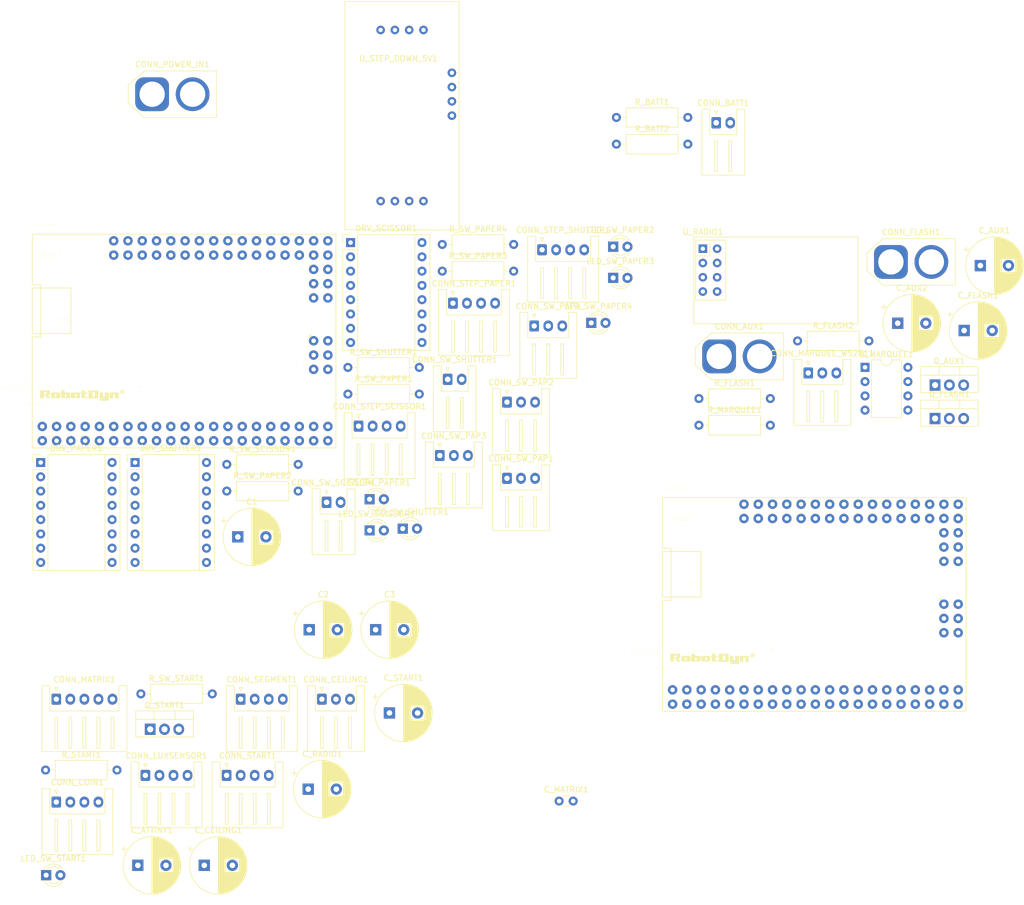
<source format=kicad_pcb>
(kicad_pcb (version 20171130) (host pcbnew "(5.1.5)-3")
  (layers (0 F.Cu signal) (31 B.Cu signal) (34 B.Paste user) (35 F.Paste user) (36 B.SilkS user) (37 F.SilkS user) (38 B.Mask user) (39 F.Mask user) (44 Edge.Cuts user))
  (net 0 "")
  (net 1 GND)
  (net 2 +12V)
  (net 3 "Net-(CONN_STEP_PAPER1-Pad4)")
  (net 4 "Net-(CONN_STEP_PAPER1-Pad3)")
  (net 5 "Net-(CONN_STEP_PAPER1-Pad2)")
  (net 6 "Net-(CONN_STEP_PAPER1-Pad1)")
  (net 7 "Net-(CONN_STEP_SCISSOR1-Pad4)")
  (net 8 "Net-(CONN_STEP_SCISSOR1-Pad3)")
  (net 9 "Net-(CONN_STEP_SCISSOR1-Pad2)")
  (net 10 "Net-(CONN_STEP_SCISSOR1-Pad1)")
  (net 11 "Net-(CONN_STEP_SHUTTER1-Pad4)")
  (net 12 "Net-(CONN_STEP_SHUTTER1-Pad3)")
  (net 13 "Net-(CONN_STEP_SHUTTER1-Pad2)")
  (net 14 "Net-(CONN_STEP_SHUTTER1-Pad1)")
  (net 15 +5V)
  (net 16 PAPER_SWITCH1_PIN)
  (net 17 PAPER_SWITCH2_PIN)
  (net 18 PAPER_SWITCH3_PIN)
  (net 19 PAPER_SWITCH4_PIN)
  (net 20 SCISSOR_ENDSTOP_PIN)
  (net 21 SHUTTER_ENDSTOP_PIN)
  (net 22 PAPER_PIN_DIR)
  (net 23 PAPER_PIN_STP)
  (net 24 PAPER_M0)
  (net 25 PAPER_PIN_ENABLE)
  (net 26 SCISSOR_PIN_DIR)
  (net 27 SCISSOR_PIN_STP)
  (net 28 SCISSOR_M0)
  (net 29 SCISSOR_PIN_ENABLE)
  (net 30 SHUTTER_PIN_DIR)
  (net 31 SHUTTER_PIN_STP)
  (net 32 SHUTTER_M0)
  (net 33 SHUTTER_PIN_ENABLE)
  (net 34 "Net-(LED_SW_PAPER1-Pad2)")
  (net 35 "Net-(LED_SW_PAPER2-Pad2)")
  (net 36 "Net-(LED_SW_PAPER3-Pad2)")
  (net 37 "Net-(LED_SW_PAPER4-Pad2)")
  (net 38 "Net-(LED_SW_SCISSOR1-Pad2)")
  (net 39 "Net-(LED_SW_SHUTTER1-Pad2)")
  (net 40 /Camera/ENABLE_5V)
  (net 41 "Net-(MEGA_CAMERA1-Pad3V3)")
  (net 42 "Net-(MEGA_PAPER1-Pad3V3)")
  (net 43 "Net-(MEGA_PAPER1-PadGND)")
  (net 44 "Net-(MEGA_PAPER1-PadVIN)")
  (net 45 "Net-(U_STEP_DOWN_5V1-PadVOUT)")
  (net 46 "Net-(CONN_AUX1-Pad2)")
  (net 47 "Net-(CONN_FLASH1-Pad2)")
  (net 48 ENABLE_MARQUEE)
  (net 49 "Net-(Q_AUX1-Pad1)")
  (net 50 "Net-(Q_FLASH1-Pad1)")
  (net 51 "Net-(CONN_BATT1-Pad2)")
  (net 52 "Net-(CONN_MARQUEE_WS2811-Pad2)")
  (net 53 BATT_PROBE)
  (net 54 5V_CAMERA)
  (net 55 "Net-(R_MARQUEE1-Pad1)")
  (net 56 "Net-(DRV_PAPER1-Pad2)")
  (net 57 "Net-(DRV_SCISSOR1-Pad2)")
  (net 58 "Net-(DRV_SHUTTER1-Pad2)")
  (net 59 "Net-(MEGA_CAMERA1-PadMOSI)")
  (net 60 "Net-(MEGA_CAMERA1-PadVCC)")
  (net 61 "Net-(MEGA_CAMERA1-PadMISO)")
  (net 62 "Net-(MEGA_CAMERA1-PadSCK)")
  (net 63 "Net-(MEGA_CAMERA1-PadRESET)")
  (net 64 "Net-(MEGA_CAMERA1-PadD53)")
  (net 65 RADIO_SCK)
  (net 66 RADIO_MISO)
  (net 67 RADIO_MOSI)
  (net 68 "Net-(MEGA_CAMERA1-PadA14)")
  (net 69 "Net-(MEGA_CAMERA1-PadA13)")
  (net 70 "Net-(MEGA_CAMERA1-PadA12)")
  (net 71 "Net-(MEGA_CAMERA1-PadA11)")
  (net 72 "Net-(MEGA_CAMERA1-PadA10)")
  (net 73 "Net-(MEGA_CAMERA1-PadA9)")
  (net 74 "Net-(MEGA_CAMERA1-PadA8)")
  (net 75 "Net-(MEGA_CAMERA1-PadA7)")
  (net 76 "Net-(MEGA_CAMERA1-PadA6)")
  (net 77 "Net-(MEGA_CAMERA1-PadA4)")
  (net 78 "Net-(MEGA_CAMERA1-PadA5)")
  (net 79 "Net-(MEGA_CAMERA1-PadA3)")
  (net 80 "Net-(MEGA_CAMERA1-PadA2)")
  (net 81 "Net-(MEGA_CAMERA1-PadA0)")
  (net 82 "Net-(MEGA_CAMERA1-PadA1)")
  (net 83 "Net-(MEGA_CAMERA1-PadD22)")
  (net 84 "Net-(MEGA_CAMERA1-PadD24)")
  (net 85 "Net-(MEGA_CAMERA1-PadD26)")
  (net 86 "Net-(MEGA_CAMERA1-PadD28)")
  (net 87 "Net-(MEGA_CAMERA1-PadD30)")
  (net 88 "Net-(MEGA_CAMERA1-PadD31)")
  (net 89 "Net-(MEGA_CAMERA1-PadD29)")
  (net 90 "Net-(MEGA_CAMERA1-PadD27)")
  (net 91 "Net-(MEGA_CAMERA1-PadD25)")
  (net 92 /Camera/ORDER_INTERRUPT_PIN)
  (net 93 SDA_PIN)
  (net 94 "Net-(MEGA_CAMERA1-PadD18)")
  (net 95 /Paper/SERIAL_RX2)
  (net 96 LED_START_BTN_PIN)
  (net 97 LED_MATRIX_SDI_PIN)
  (net 98 LED_MATRIX_SCL_PIN)
  (net 99 RADIO_CSN)
  (net 100 "Net-(MEGA_CAMERA1-PadD6)")
  (net 101 ENABLE_COIN_PIN)
  (net 102 RADIO_INTERRUPT)
  (net 103 SCL_PIN)
  (net 104 "Net-(MEGA_CAMERA1-PadD19)")
  (net 105 /Camera/SERIAL_RX2)
  (net 106 START_BTN_PIN)
  (net 107 "Net-(MEGA_CAMERA1-PadD13)")
  (net 108 LED_MATRIX_CS_PIN)
  (net 109 RADIO_CE)
  (net 110 COIN_PIN)
  (net 111 "Net-(MEGA_CAMERA1-PadTX)")
  (net 112 "Net-(MEGA_CAMERA1-PadRX)")
  (net 113 "Net-(MEGA_CAMERA1-PadAREF)")
  (net 114 "Net-(MEGA_CAMERA1-PadRST)")
  (net 115 "Net-(MEGA_PAPER1-PadMOSI)")
  (net 116 "Net-(MEGA_PAPER1-PadVCC)")
  (net 117 "Net-(MEGA_PAPER1-PadMISO)")
  (net 118 "Net-(MEGA_PAPER1-PadSCK)")
  (net 119 "Net-(MEGA_PAPER1-PadRESET)")
  (net 120 "Net-(MEGA_PAPER1-PadD53)")
  (net 121 "Net-(MEGA_PAPER1-PadD52)")
  (net 122 "Net-(MEGA_PAPER1-PadD50)")
  (net 123 "Net-(MEGA_PAPER1-PadD51)")
  (net 124 "Net-(MEGA_PAPER1-PadD49)")
  (net 125 "Net-(MEGA_PAPER1-PadD48)")
  (net 126 "Net-(MEGA_PAPER1-PadD47)")
  (net 127 "Net-(MEGA_PAPER1-PadD46)")
  (net 128 "Net-(MEGA_PAPER1-PadD45)")
  (net 129 "Net-(MEGA_PAPER1-PadD44)")
  (net 130 "Net-(MEGA_PAPER1-PadD43)")
  (net 131 "Net-(MEGA_PAPER1-PadD42)")
  (net 132 "Net-(MEGA_PAPER1-PadD41)")
  (net 133 "Net-(MEGA_PAPER1-PadD40)")
  (net 134 "Net-(MEGA_PAPER1-PadD39)")
  (net 135 "Net-(MEGA_PAPER1-PadD38)")
  (net 136 "Net-(MEGA_PAPER1-PadD37)")
  (net 137 "Net-(MEGA_PAPER1-PadD36)")
  (net 138 "Net-(MEGA_PAPER1-PadD35)")
  (net 139 "Net-(MEGA_PAPER1-PadD34)")
  (net 140 "Net-(MEGA_PAPER1-PadD33)")
  (net 141 "Net-(MEGA_PAPER1-PadD32)")
  (net 142 "Net-(MEGA_PAPER1-PadA15)")
  (net 143 "Net-(MEGA_PAPER1-PadA14)")
  (net 144 "Net-(MEGA_PAPER1-PadA13)")
  (net 145 "Net-(MEGA_PAPER1-PadA12)")
  (net 146 "Net-(MEGA_PAPER1-PadA11)")
  (net 147 "Net-(MEGA_PAPER1-PadA10)")
  (net 148 "Net-(MEGA_PAPER1-PadA9)")
  (net 149 "Net-(MEGA_PAPER1-PadA8)")
  (net 150 "Net-(MEGA_PAPER1-PadA7)")
  (net 151 "Net-(MEGA_PAPER1-PadA6)")
  (net 152 "Net-(MEGA_PAPER1-PadA4)")
  (net 153 "Net-(MEGA_PAPER1-PadA5)")
  (net 154 "Net-(MEGA_PAPER1-PadA3)")
  (net 155 "Net-(MEGA_PAPER1-PadA2)")
  (net 156 "Net-(MEGA_PAPER1-PadA0)")
  (net 157 "Net-(MEGA_PAPER1-PadA1)")
  (net 158 "Net-(MEGA_PAPER1-PadD22)")
  (net 159 "Net-(MEGA_PAPER1-PadD24)")
  (net 160 "Net-(MEGA_PAPER1-PadD26)")
  (net 161 "Net-(MEGA_PAPER1-PadD28)")
  (net 162 "Net-(MEGA_PAPER1-PadD30)")
  (net 163 "Net-(MEGA_PAPER1-PadD31)")
  (net 164 "Net-(MEGA_PAPER1-PadD29)")
  (net 165 "Net-(MEGA_PAPER1-PadD27)")
  (net 166 "Net-(MEGA_PAPER1-PadD25)")
  (net 167 "Net-(MEGA_PAPER1-PadD23)")
  (net 168 "Net-(MEGA_PAPER1-PadD20)")
  (net 169 "Net-(MEGA_PAPER1-PadD18)")
  (net 170 "Net-(MEGA_PAPER1-PadD12)")
  (net 171 "Net-(MEGA_PAPER1-PadD10)")
  (net 172 "Net-(MEGA_PAPER1-PadD8)")
  (net 173 "Net-(MEGA_PAPER1-PadD6)")
  (net 174 "Net-(MEGA_PAPER1-PadD4)")
  (net 175 "Net-(MEGA_PAPER1-PadD21)")
  (net 176 "Net-(MEGA_PAPER1-PadD19)")
  (net 177 "Net-(MEGA_PAPER1-PadD9)")
  (net 178 "Net-(MEGA_PAPER1-PadD7)")
  (net 179 "Net-(MEGA_PAPER1-PadD5)")
  (net 180 "Net-(MEGA_PAPER1-PadD3)")
  (net 181 "Net-(MEGA_PAPER1-PadTX)")
  (net 182 "Net-(MEGA_PAPER1-PadRX)")
  (net 183 "Net-(MEGA_PAPER1-PadAREF)")
  (net 184 "Net-(MEGA_PAPER1-PadRST)")
  (net 185 "Net-(MEGA_PAPER1-Pad5V)")
  (net 186 FLASH_PIN)
  (net 187 AUX_PIN)
  (net 188 "Net-(U_MARQUEE1-Pad7)")
  (net 189 "Net-(U_MARQUEE1-Pad3)")
  (net 190 "Net-(U_MARQUEE1-Pad5)")
  (net 191 "Net-(U_MARQUEE1-Pad1)")
  (net 192 3V3_CAMERA)
  (net 193 "Net-(U_STEP_DOWN_5V1-PadFB)")
  (net 194 "Net-(U_STEP_DOWN_5V1-PadPG)")
  (net 195 CEILING_PIXEL_PIN)
  (net 196 COIN_SEGMENT_DIO_PIN)
  (net 197 COIN_SEGMENT_CLK_PIN)
  (net 198 "Net-(CONN_START1-Pad4)")
  (net 199 "Net-(LED_SW_START1-Pad2)")
  (net 200 "Net-(Q_START1-Pad1)")
  (net 201 "Net-(MEGA_PAPER1-PadD16)")
  (net 202 "Net-(MEGA_PAPER1-PadD17)")
  (net 203 "Net-(MEGA_PAPER1-PadD13)")
  (net 204 "Net-(MEGA_PAPER1-PadD11)")
  (module Capacitor_THT:C_Disc_D3.0mm_W1.6mm_P2.50mm (layer F.Cu) (at 149.86 165.1)
    (fp_text reference C_MATRIX1 (at 1.25 -2.05) (layer F.SilkS))
    (fp_text value 100nF)
    (pad 1 thru_hole circle (at 0 0) (size 1.6 1.6) (drill 0.8) (layers *.Cu *.Mask) (net 15 +5V))
    (pad 2 thru_hole circle (at 2.5 0) (size 1.6 1.6) (drill 0.8) (layers *.Cu *.Mask) (net 1 GND))
  )
  (module Resistor_THT:R_Axial_DIN0309_L9.0mm_D3.2mm_P12.70mm_Horizontal (layer F.Cu) (at 75.465354 146.03)
    (fp_text reference R_SW_START1 (at 6.35 -2.72) (layer F.SilkS))
    (fp_text value "560ohm 1/2W")
    (pad 2 thru_hole oval (at 12.7 0) (size 1.6 1.6) (drill 0.8) (layers *.Cu *.Mask) (net 199 "Net-(LED_SW_START1-Pad2)"))
    (pad 1 thru_hole circle (at 0 0) (size 1.6 1.6) (drill 0.8) (layers *.Cu *.Mask) (net 15 +5V))
  )
  (module Resistor_THT:R_Axial_DIN0309_L9.0mm_D3.2mm_P12.70mm_Horizontal (layer F.Cu) (at 58.515354 159.58)
    (fp_text reference R_START1 (at 6.35 -2.72) (layer F.SilkS))
    (fp_text value "2.2k 1/2W")
    (pad 2 thru_hole oval (at 12.7 0) (size 1.6 1.6) (drill 0.8) (layers *.Cu *.Mask) (net 96 LED_START_BTN_PIN))
    (pad 1 thru_hole circle (at 0 0) (size 1.6 1.6) (drill 0.8) (layers *.Cu *.Mask) (net 200 "Net-(Q_START1-Pad1)"))
  )
  (module Package_TO_SOT_THT:TO-220-3_Vertical (layer F.Cu) (at 77.125354 152.33)
    (fp_text reference Q_START1 (at 2.54 -4.27) (layer F.SilkS))
    (fp_text value TIP120)
    (pad 3 thru_hole oval (at 5.08 0) (size 1.905 2) (drill 1.1) (layers *.Cu *.Mask) (net 1 GND))
    (pad 2 thru_hole oval (at 2.54 0) (size 1.905 2) (drill 1.1) (layers *.Cu *.Mask) (net 198 "Net-(CONN_START1-Pad4)"))
    (pad 1 thru_hole rect (at 0 0) (size 1.905 2) (drill 1.1) (layers *.Cu *.Mask) (net 200 "Net-(Q_START1-Pad1)"))
  )
  (module LED_THT:LED_D3.0mm (layer F.Cu) (at 58.615354 178.28)
    (fp_text reference LED_SW_START1 (at 1.27 -2.96) (layer F.SilkS))
    (fp_text value LED_Small)
    (pad 2 thru_hole circle (at 2.54 0) (size 1.8 1.8) (drill 0.9) (layers *.Cu *.Mask) (net 199 "Net-(LED_SW_START1-Pad2)"))
    (pad 1 thru_hole rect (at 0 0) (size 1.8 1.8) (drill 0.9) (layers *.Cu *.Mask) (net 106 START_BTN_PIN))
  )
  (module Connector_JST:JST_XH_S4B-XH-A_1x04_P2.50mm_Horizontal (layer F.Cu) (at 90.715354 160.53)
    (fp_text reference CONN_START1 (at 3.75 -3.5) (layer F.SilkS))
    (fp_text value Conn_01x04)
    (pad 4 thru_hole oval (at 7.5 0) (size 1.7 1.95) (drill 0.95) (layers *.Cu *.Mask) (net 198 "Net-(CONN_START1-Pad4)"))
    (pad 3 thru_hole oval (at 5 0) (size 1.7 1.95) (drill 0.95) (layers *.Cu *.Mask) (net 1 GND))
    (pad 2 thru_hole oval (at 2.5 0) (size 1.7 1.95) (drill 0.95) (layers *.Cu *.Mask) (net 106 START_BTN_PIN))
    (pad 1 thru_hole roundrect (at 0 0) (size 1.7 1.95) (drill 0.95) (layers *.Cu *.Mask) (roundrect_rratio 0.147059) (net 2 +12V))
  )
  (module Connector_JST:JST_XH_S4B-XH-A_1x04_P2.50mm_Horizontal (layer F.Cu) (at 93.215354 146.98)
    (fp_text reference CONN_SEGMENT1 (at 3.75 -3.5) (layer F.SilkS))
    (fp_text value Conn_01x04)
    (pad 4 thru_hole oval (at 7.5 0) (size 1.7 1.95) (drill 0.95) (layers *.Cu *.Mask) (net 1 GND))
    (pad 3 thru_hole oval (at 5 0) (size 1.7 1.95) (drill 0.95) (layers *.Cu *.Mask) (net 196 COIN_SEGMENT_DIO_PIN))
    (pad 2 thru_hole oval (at 2.5 0) (size 1.7 1.95) (drill 0.95) (layers *.Cu *.Mask) (net 197 COIN_SEGMENT_CLK_PIN))
    (pad 1 thru_hole roundrect (at 0 0) (size 1.7 1.95) (drill 0.95) (layers *.Cu *.Mask) (roundrect_rratio 0.147059) (net 15 +5V))
  )
  (module Connector_JST:JST_XH_S5B-XH-A_1x05_P2.50mm_Horizontal (layer F.Cu) (at 60.415354 146.98)
    (fp_text reference CONN_MATRIX1 (at 5 -3.5) (layer F.SilkS))
    (fp_text value Conn_01x05)
    (pad 5 thru_hole oval (at 10 0) (size 1.7 1.95) (drill 0.95) (layers *.Cu *.Mask) (net 1 GND))
    (pad 4 thru_hole oval (at 7.5 0) (size 1.7 1.95) (drill 0.95) (layers *.Cu *.Mask) (net 98 LED_MATRIX_SCL_PIN))
    (pad 3 thru_hole oval (at 5 0) (size 1.7 1.95) (drill 0.95) (layers *.Cu *.Mask) (net 108 LED_MATRIX_CS_PIN))
    (pad 2 thru_hole oval (at 2.5 0) (size 1.7 1.95) (drill 0.95) (layers *.Cu *.Mask) (net 97 LED_MATRIX_SDI_PIN))
    (pad 1 thru_hole roundrect (at 0 0) (size 1.7 1.95) (drill 0.95) (layers *.Cu *.Mask) (roundrect_rratio 0.147059) (net 15 +5V))
  )
  (module Connector_JST:JST_XH_S4B-XH-A_1x04_P2.50mm_Horizontal (layer F.Cu) (at 76.265354 160.53)
    (fp_text reference CONN_LUXSENSOR1 (at 3.75 -3.5) (layer F.SilkS))
    (fp_text value Conn_01x04)
    (pad 4 thru_hole oval (at 7.5 0) (size 1.7 1.95) (drill 0.95) (layers *.Cu *.Mask) (net 1 GND))
    (pad 3 thru_hole oval (at 5 0) (size 1.7 1.95) (drill 0.95) (layers *.Cu *.Mask) (net 103 SCL_PIN))
    (pad 2 thru_hole oval (at 2.5 0) (size 1.7 1.95) (drill 0.95) (layers *.Cu *.Mask) (net 93 SDA_PIN))
    (pad 1 thru_hole roundrect (at 0 0) (size 1.7 1.95) (drill 0.95) (layers *.Cu *.Mask) (roundrect_rratio 0.147059) (net 15 +5V))
  )
  (module Connector_JST:JST_XH_S4B-XH-A_1x04_P2.50mm_Horizontal (layer F.Cu) (at 60.415354 165.28)
    (fp_text reference CONN_COIN1 (at 3.75 -3.5) (layer F.SilkS))
    (fp_text value Conn_01x04)
    (pad 4 thru_hole oval (at 7.5 0) (size 1.7 1.95) (drill 0.95) (layers *.Cu *.Mask) (net 1 GND))
    (pad 3 thru_hole oval (at 5 0) (size 1.7 1.95) (drill 0.95) (layers *.Cu *.Mask) (net 101 ENABLE_COIN_PIN))
    (pad 2 thru_hole oval (at 2.5 0) (size 1.7 1.95) (drill 0.95) (layers *.Cu *.Mask) (net 110 COIN_PIN))
    (pad 1 thru_hole roundrect (at 0 0) (size 1.7 1.95) (drill 0.95) (layers *.Cu *.Mask) (roundrect_rratio 0.147059) (net 2 +12V))
  )
  (module Connector_JST:JST_XH_S3B-XH-A_1x03_P2.50mm_Horizontal (layer F.Cu) (at 107.665354 146.98)
    (fp_text reference CONN_CEILING1 (at 2.5 -3.5) (layer F.SilkS))
    (fp_text value JST_XH3)
    (pad 3 thru_hole oval (at 5 0) (size 1.7 1.95) (drill 0.95) (layers *.Cu *.Mask) (net 1 GND))
    (pad 2 thru_hole oval (at 2.5 0) (size 1.7 1.95) (drill 0.95) (layers *.Cu *.Mask) (net 195 CEILING_PIXEL_PIN))
    (pad 1 thru_hole roundrect (at 0 0) (size 1.7 1.95) (drill 0.95) (layers *.Cu *.Mask) (roundrect_rratio 0.147059) (net 15 +5V))
  )
  (module Capacitor_THT:CP_Radial_D10.0mm_P5.00mm (layer F.Cu) (at 119.68 149.43)
    (fp_text reference C_START1 (at 2.5 -6.25) (layer F.SilkS))
    (fp_text value 100uF)
    (pad 2 thru_hole circle (at 5 0) (size 2 2) (drill 1) (layers *.Cu *.Mask) (net 1 GND))
    (pad 1 thru_hole rect (at 0 0) (size 2 2) (drill 1) (layers *.Cu *.Mask) (net 2 +12V))
  )
  (module Capacitor_THT:CP_Radial_D10.0mm_P5.00mm (layer F.Cu) (at 105.23 162.98)
    (fp_text reference C_RADIO1 (at 2.5 -6.25) (layer F.SilkS))
    (fp_text value 10uF)
    (pad 2 thru_hole circle (at 5 0) (size 2 2) (drill 1) (layers *.Cu *.Mask) (net 1 GND))
    (pad 1 thru_hole rect (at 0 0) (size 2 2) (drill 1) (layers *.Cu *.Mask) (net 192 3V3_CAMERA))
  )
  (module Capacitor_THT:CP_Radial_D10.0mm_P5.00mm (layer F.Cu) (at 86.74 176.53)
    (fp_text reference C_CEILING1 (at 2.5 -6.25) (layer F.SilkS))
    (fp_text value 100uF)
    (pad 2 thru_hole circle (at 5 0) (size 2 2) (drill 1) (layers *.Cu *.Mask) (net 1 GND))
    (pad 1 thru_hole rect (at 0 0) (size 2 2) (drill 1) (layers *.Cu *.Mask) (net 15 +5V))
  )
  (module Capacitor_THT:CP_Radial_D10.0mm_P5.00mm (layer F.Cu) (at 74.93 176.53)
    (fp_text reference C_ATTINY1 (at 2.5 -6.25) (layer F.SilkS))
    (fp_text value 0.1uF)
    (pad 2 thru_hole circle (at 5 0) (size 2 2) (drill 1) (layers *.Cu *.Mask) (net 1 GND))
    (pad 1 thru_hole rect (at 0 0) (size 2 2) (drill 1) (layers *.Cu *.Mask) (net 54 5V_CAMERA))
  )
  (module Resistor_THT:R_Axial_DIN0309_L9.0mm_D3.2mm_P12.70mm_Horizontal (layer F.Cu) (at 160.05 48.25)
    (fp_text reference R_BATT2 (at 6.35 -2.72) (layer F.SilkS))
    (fp_text value "10k 1/2W")
    (pad 2 thru_hole oval (at 12.7 0) (size 1.6 1.6) (drill 0.8) (layers *.Cu *.Mask) (net 1 GND))
    (pad 1 thru_hole circle (at 0 0) (size 1.6 1.6) (drill 0.8) (layers *.Cu *.Mask) (net 53 BATT_PROBE))
  )
  (module Resistor_THT:R_Axial_DIN0309_L9.0mm_D3.2mm_P12.70mm_Horizontal (layer F.Cu) (at 160.05 43.5)
    (fp_text reference R_BATT1 (at 6.35 -2.72) (layer F.SilkS))
    (fp_text value 20k1/2W)
    (pad 2 thru_hole oval (at 12.7 0) (size 1.6 1.6) (drill 0.8) (layers *.Cu *.Mask) (net 53 BATT_PROBE))
    (pad 1 thru_hole circle (at 0 0) (size 1.6 1.6) (drill 0.8) (layers *.Cu *.Mask) (net 51 "Net-(CONN_BATT1-Pad2)"))
  )
  (module Connector_JST:JST_XH_S2B-XH-A_1x02_P2.50mm_Horizontal (layer F.Cu) (at 177.8 44.45)
    (fp_text reference CONN_BATT1 (at 1.25 -3.5) (layer F.SilkS))
    (fp_text value JST_XH2)
    (pad 2 thru_hole oval (at 2.5 0) (size 1.7 2) (drill 1) (layers *.Cu *.Mask) (net 51 "Net-(CONN_BATT1-Pad2)"))
    (pad 1 thru_hole roundrect (at 0 0) (size 1.7 2) (drill 1) (layers *.Cu *.Mask) (roundrect_rratio 0.147059) (net 1 GND))
  )
  (module Package_DIP:DIP-8_W7.62mm (layer F.Cu) (at 204.275354 87.95)
    (fp_text reference U_MARQUEE1 (at 3.81 -2.33) (layer F.SilkS))
    (fp_text value ATtiny85-20PU)
    (pad 8 thru_hole oval (at 7.62 0) (size 1.6 1.6) (drill 0.8) (layers *.Cu *.Mask) (net 54 5V_CAMERA))
    (pad 4 thru_hole oval (at 0 7.62) (size 1.6 1.6) (drill 0.8) (layers *.Cu *.Mask) (net 1 GND))
    (pad 7 thru_hole oval (at 7.62 2.54) (size 1.6 1.6) (drill 0.8) (layers *.Cu *.Mask) (net 188 "Net-(U_MARQUEE1-Pad7)"))
    (pad 3 thru_hole oval (at 0 5.08) (size 1.6 1.6) (drill 0.8) (layers *.Cu *.Mask) (net 189 "Net-(U_MARQUEE1-Pad3)"))
    (pad 6 thru_hole oval (at 7.62 5.08) (size 1.6 1.6) (drill 0.8) (layers *.Cu *.Mask) (net 55 "Net-(R_MARQUEE1-Pad1)"))
    (pad 2 thru_hole oval (at 0 2.54) (size 1.6 1.6) (drill 0.8) (layers *.Cu *.Mask) (net 48 ENABLE_MARQUEE))
    (pad 5 thru_hole oval (at 7.62 7.62) (size 1.6 1.6) (drill 0.8) (layers *.Cu *.Mask) (net 190 "Net-(U_MARQUEE1-Pad5)"))
    (pad 1 thru_hole rect (at 0 0) (size 1.6 1.6) (drill 0.8) (layers *.Cu *.Mask) (net 191 "Net-(U_MARQUEE1-Pad1)"))
  )
  (module RF_Module:nRF24L01_Breakout (layer F.Cu) (at 175.425354 66.85)
    (fp_text reference U_RADIO1 (at 0 -3) (layer F.SilkS))
    (fp_text value NRF24L01_Breakout)
    (pad 8 thru_hole circle (at 2.54 7.62) (size 1.524 1.524) (drill 0.762) (layers *.Cu *.Mask) (net 102 RADIO_INTERRUPT))
    (pad 7 thru_hole circle (at 0 7.62) (size 1.524 1.524) (drill 0.762) (layers *.Cu *.Mask) (net 66 RADIO_MISO))
    (pad 6 thru_hole circle (at 2.54 5.08) (size 1.524 1.524) (drill 0.762) (layers *.Cu *.Mask) (net 67 RADIO_MOSI))
    (pad 5 thru_hole circle (at 0 5.08) (size 1.524 1.524) (drill 0.762) (layers *.Cu *.Mask) (net 65 RADIO_SCK))
    (pad 4 thru_hole circle (at 2.54 2.54) (size 1.524 1.524) (drill 0.762) (layers *.Cu *.Mask) (net 99 RADIO_CSN))
    (pad 3 thru_hole circle (at 0 2.54) (size 1.524 1.524) (drill 0.762) (layers *.Cu *.Mask) (net 109 RADIO_CE))
    (pad 2 thru_hole circle (at 2.54 0) (size 1.524 1.524) (drill 0.762) (layers *.Cu *.Mask) (net 192 3V3_CAMERA))
    (pad 1 thru_hole rect (at 0 0) (size 1.524 1.524) (drill 0.762) (layers *.Cu *.Mask) (net 1 GND))
  )
  (module Resistor_THT:R_Axial_DIN0309_L9.0mm_D3.2mm_P12.70mm_Horizontal (layer F.Cu) (at 174.725354 98.25)
    (fp_text reference R_MARQUEE1 (at 6.35 -2.72) (layer F.SilkS))
    (fp_text value "430ohm 1/2W")
    (pad 2 thru_hole oval (at 12.7 0) (size 1.6 1.6) (drill 0.8) (layers *.Cu *.Mask) (net 52 "Net-(CONN_MARQUEE_WS2811-Pad2)"))
    (pad 1 thru_hole circle (at 0 0) (size 1.6 1.6) (drill 0.8) (layers *.Cu *.Mask) (net 55 "Net-(R_MARQUEE1-Pad1)"))
  )
  (module Resistor_THT:R_Axial_DIN0309_L9.0mm_D3.2mm_P12.70mm_Horizontal (layer F.Cu) (at 192.275354 83.25)
    (fp_text reference R_FLASH2 (at 6.35 -2.72) (layer F.SilkS))
    (fp_text value "2.2k 1/2W")
    (pad 2 thru_hole oval (at 12.7 0) (size 1.6 1.6) (drill 0.8) (layers *.Cu *.Mask) (net 187 AUX_PIN))
    (pad 1 thru_hole circle (at 0 0) (size 1.6 1.6) (drill 0.8) (layers *.Cu *.Mask) (net 49 "Net-(Q_AUX1-Pad1)"))
  )
  (module Resistor_THT:R_Axial_DIN0309_L9.0mm_D3.2mm_P12.70mm_Horizontal (layer F.Cu) (at 174.725354 93.5)
    (fp_text reference R_FLASH1 (at 6.35 -2.72) (layer F.SilkS))
    (fp_text value "2.2k 1/2W")
    (pad 2 thru_hole oval (at 12.7 0) (size 1.6 1.6) (drill 0.8) (layers *.Cu *.Mask) (net 186 FLASH_PIN))
    (pad 1 thru_hole circle (at 0 0) (size 1.6 1.6) (drill 0.8) (layers *.Cu *.Mask) (net 50 "Net-(Q_FLASH1-Pad1)"))
  )
  (module Package_TO_SOT_THT:TO-220-3_Vertical (layer F.Cu) (at 216.735354 97.06)
    (fp_text reference Q_FLASH1 (at 2.54 -4.27) (layer F.SilkS))
    (fp_text value BDX53B)
    (pad 3 thru_hole oval (at 5.08 0) (size 1.905 2) (drill 1.1) (layers *.Cu *.Mask) (net 1 GND))
    (pad 2 thru_hole oval (at 2.54 0) (size 1.905 2) (drill 1.1) (layers *.Cu *.Mask) (net 47 "Net-(CONN_FLASH1-Pad2)"))
    (pad 1 thru_hole rect (at 0 0) (size 1.905 2) (drill 1.1) (layers *.Cu *.Mask) (net 50 "Net-(Q_FLASH1-Pad1)"))
  )
  (module Package_TO_SOT_THT:TO-220-3_Vertical (layer F.Cu) (at 216.735354 91.1)
    (fp_text reference Q_AUX1 (at 2.54 -4.27) (layer F.SilkS))
    (fp_text value TIP120)
    (pad 3 thru_hole oval (at 5.08 0) (size 1.905 2) (drill 1.1) (layers *.Cu *.Mask) (net 1 GND))
    (pad 2 thru_hole oval (at 2.54 0) (size 1.905 2) (drill 1.1) (layers *.Cu *.Mask) (net 46 "Net-(CONN_AUX1-Pad2)"))
    (pad 1 thru_hole rect (at 0 0) (size 1.905 2) (drill 1.1) (layers *.Cu *.Mask) (net 49 "Net-(Q_AUX1-Pad1)"))
  )
  (module Connector_JST:JST_XH_S3B-XH-A_1x03_P2.50mm_Horizontal (layer F.Cu) (at 194.175354 88.95)
    (fp_text reference CONN_MARQUEE_WS2811 (at 2.5 -3.5) (layer F.SilkS))
    (fp_text value JST_XH3)
    (pad 3 thru_hole oval (at 5 0) (size 1.7 1.95) (drill 0.95) (layers *.Cu *.Mask) (net 2 +12V))
    (pad 2 thru_hole oval (at 2.5 0) (size 1.7 1.95) (drill 0.95) (layers *.Cu *.Mask) (net 52 "Net-(CONN_MARQUEE_WS2811-Pad2)"))
    (pad 1 thru_hole roundrect (at 0 0) (size 1.7 1.95) (drill 0.95) (layers *.Cu *.Mask) (roundrect_rratio 0.147059) (net 1 GND))
  )
  (module Connector_AMASS:AMASS_XT60-F_1x02_P7.20mm_Vertical (layer F.Cu) (at 208.875354 69.2)
    (fp_text reference CONN_FLASH1 (at 3.6 -5.3 180) (layer F.SilkS))
    (fp_text value Conn_01x02)
    (pad 1 thru_hole roundrect (at 0 0) (size 6 6) (drill 4.5) (layers *.Cu *.Mask) (net 2 +12V))
    (pad 2 thru_hole circle (at 7.2 0) (size 6 6) (drill 4.5) (layers *.Cu *.Mask) (net 47 "Net-(CONN_FLASH1-Pad2)"))
  )
  (module Connector_AMASS:AMASS_XT60-F_1x02_P7.20mm_Vertical (layer F.Cu) (at 178.325354 86)
    (fp_text reference CONN_AUX1 (at 3.6 -5.3 180) (layer F.SilkS))
    (fp_text value Conn_01x02)
    (pad 1 thru_hole roundrect (at 0 0) (size 6 6) (drill 4.5) (layers *.Cu *.Mask) (net 2 +12V))
    (pad 2 thru_hole circle (at 7.2 0) (size 6 6) (drill 4.5) (layers *.Cu *.Mask) (net 46 "Net-(CONN_AUX1-Pad2)"))
  )
  (module Capacitor_THT:CP_Radial_D10.0mm_P5.00mm (layer F.Cu) (at 221.9 81.4)
    (fp_text reference C_FLASH1 (at 2.5 -6.25) (layer F.SilkS))
    (fp_text value 100uF)
    (pad 2 thru_hole circle (at 5 0) (size 2 2) (drill 1) (layers *.Cu *.Mask) (net 1 GND))
    (pad 1 thru_hole rect (at 0 0) (size 2 2) (drill 1) (layers *.Cu *.Mask) (net 2 +12V))
  )
  (module Capacitor_THT:CP_Radial_D10.0mm_P5.00mm (layer F.Cu) (at 210.09 80.1)
    (fp_text reference C_AUX2 (at 2.5 -6.25) (layer F.SilkS))
    (fp_text value "1000uF 16v")
    (pad 2 thru_hole circle (at 5 0) (size 2 2) (drill 1) (layers *.Cu *.Mask) (net 1 GND))
    (pad 1 thru_hole rect (at 0 0) (size 2 2) (drill 1) (layers *.Cu *.Mask) (net 2 +12V))
  )
  (module Capacitor_THT:CP_Radial_D10.0mm_P5.00mm (layer F.Cu) (at 224.79 69.85)
    (fp_text reference C_AUX1 (at 2.5 -6.25) (layer F.SilkS))
    (fp_text value 100uF)
    (pad 2 thru_hole circle (at 5 0) (size 2 2) (drill 1) (layers *.Cu *.Mask) (net 1 GND))
    (pad 1 thru_hole rect (at 0 0) (size 2 2) (drill 1) (layers *.Cu *.Mask) (net 2 +12V))
  )
  (module Capacitor_THT:CP_Radial_D10.0mm_P5.00mm (layer F.Cu) (at 117.22 134.62)
    (fp_text reference C3 (at 2.5 -6.25) (layer F.SilkS))
    (fp_text value 100uF)
    (pad 2 thru_hole circle (at 5 0) (size 2 2) (drill 1) (layers *.Cu *.Mask) (net 1 GND))
    (pad 1 thru_hole rect (at 0 0) (size 2 2) (drill 1) (layers *.Cu *.Mask) (net 2 +12V))
  )
  (module Capacitor_THT:CP_Radial_D10.0mm_P5.00mm (layer F.Cu) (at 105.41 134.62)
    (fp_text reference C2 (at 2.5 -6.25) (layer F.SilkS))
    (fp_text value 100uF)
    (pad 2 thru_hole circle (at 5 0) (size 2 2) (drill 1) (layers *.Cu *.Mask) (net 1 GND))
    (pad 1 thru_hole rect (at 0 0) (size 2 2) (drill 1) (layers *.Cu *.Mask) (net 2 +12V))
  )
  (module kicadlib:D24V90F5 (layer F.Cu) (at 111.76 22.86)
    (fp_text reference U_STEP_DOWN_5V1 (at 9.525 10.16) (layer F.SilkS))
    (fp_text value D24V90F5)
    (pad VOUT thru_hole circle (at 19.03 20.32) (size 1.524 1.524) (drill 0.762) (layers *.Cu *.Mask) (net 45 "Net-(U_STEP_DOWN_5V1-PadVOUT)"))
    (pad FB thru_hole circle (at 19.03 17.78) (size 1.524 1.524) (drill 0.762) (layers *.Cu *.Mask) (net 193 "Net-(U_STEP_DOWN_5V1-PadFB)"))
    (pad PG thru_hole circle (at 19.03 15.24) (size 1.524 1.524) (drill 0.762) (layers *.Cu *.Mask) (net 194 "Net-(U_STEP_DOWN_5V1-PadPG)"))
    (pad ENB thru_hole circle (at 19.03 12.7) (size 1.524 1.524) (drill 0.762) (layers *.Cu *.Mask) (net 40 /Camera/ENABLE_5V))
    (pad GND thru_hole circle (at 11.43 35.52) (size 1.524 1.524) (drill 0.762) (layers *.Cu *.Mask) (net 1 GND))
    (pad GND thru_hole circle (at 13.97 35.52) (size 1.524 1.524) (drill 0.762) (layers *.Cu *.Mask) (net 1 GND))
    (pad VOUT thru_hole circle (at 8.89 35.52) (size 1.524 1.524) (drill 0.762) (layers *.Cu *.Mask) (net 45 "Net-(U_STEP_DOWN_5V1-PadVOUT)"))
    (pad VOUT thru_hole circle (at 6.35 35.52 90) (size 1.524 1.524) (drill 0.762) (layers *.Cu *.Mask) (net 45 "Net-(U_STEP_DOWN_5V1-PadVOUT)"))
    (pad GND thru_hole circle (at 13.97 5.08) (size 1.524 1.524) (drill 0.762) (layers *.Cu *.Mask) (net 1 GND))
    (pad GND thru_hole circle (at 11.43 5.08) (size 1.524 1.524) (drill 0.762) (layers *.Cu *.Mask) (net 1 GND))
    (pad VIN thru_hole circle (at 8.89 5.08) (size 1.524 1.524) (drill 0.762) (layers *.Cu *.Mask) (net 2 +12V))
    (pad VIN thru_hole circle (at 6.35 5.08) (size 1.524 1.524) (drill 0.762) (layers *.Cu *.Mask) (net 2 +12V))
  )
  (module Resistor_THT:R_Axial_DIN0309_L9.0mm_D3.2mm_P12.70mm_Horizontal (layer F.Cu) (at 112.285354 87.96)
    (fp_text reference R_SW_SHUTTER1 (at 6.35 -2.72) (layer F.SilkS))
    (fp_text value "560ohm 1/2W")
    (pad 2 thru_hole oval (at 12.7 0) (size 1.6 1.6) (drill 0.8) (layers *.Cu *.Mask) (net 39 "Net-(LED_SW_SHUTTER1-Pad2)"))
    (pad 1 thru_hole circle (at 0 0) (size 1.6 1.6) (drill 0.8) (layers *.Cu *.Mask) (net 15 +5V))
  )
  (module Resistor_THT:R_Axial_DIN0309_L9.0mm_D3.2mm_P12.70mm_Horizontal (layer F.Cu) (at 90.745354 105.21)
    (fp_text reference R_SW_SCISSOR1 (at 6.35 -2.72) (layer F.SilkS))
    (fp_text value "560ohm 1/2W")
    (pad 2 thru_hole oval (at 12.7 0) (size 1.6 1.6) (drill 0.8) (layers *.Cu *.Mask) (net 38 "Net-(LED_SW_SCISSOR1-Pad2)"))
    (pad 1 thru_hole circle (at 0 0) (size 1.6 1.6) (drill 0.8) (layers *.Cu *.Mask) (net 15 +5V))
  )
  (module Resistor_THT:R_Axial_DIN0309_L9.0mm_D3.2mm_P12.70mm_Horizontal (layer F.Cu) (at 129.075354 66.09)
    (fp_text reference R_SW_PAPER4 (at 6.35 -2.72) (layer F.SilkS))
    (fp_text value "560ohm 1/2W")
    (pad 2 thru_hole oval (at 12.7 0) (size 1.6 1.6) (drill 0.8) (layers *.Cu *.Mask) (net 37 "Net-(LED_SW_PAPER4-Pad2)"))
    (pad 1 thru_hole circle (at 0 0) (size 1.6 1.6) (drill 0.8) (layers *.Cu *.Mask) (net 15 +5V))
  )
  (module Resistor_THT:R_Axial_DIN0309_L9.0mm_D3.2mm_P12.70mm_Horizontal (layer F.Cu) (at 129.075354 70.84)
    (fp_text reference R_SW_PAPER3 (at 6.35 -2.72) (layer F.SilkS))
    (fp_text value "560ohm 1/2W")
    (pad 2 thru_hole oval (at 12.7 0) (size 1.6 1.6) (drill 0.8) (layers *.Cu *.Mask) (net 36 "Net-(LED_SW_PAPER3-Pad2)"))
    (pad 1 thru_hole circle (at 0 0) (size 1.6 1.6) (drill 0.8) (layers *.Cu *.Mask) (net 15 +5V))
  )
  (module Resistor_THT:R_Axial_DIN0309_L9.0mm_D3.2mm_P12.70mm_Horizontal (layer F.Cu) (at 90.745354 109.96)
    (fp_text reference R_SW_PAPER2 (at 6.35 -2.72) (layer F.SilkS))
    (fp_text value "560ohm 1/2W")
    (pad 2 thru_hole oval (at 12.7 0) (size 1.6 1.6) (drill 0.8) (layers *.Cu *.Mask) (net 35 "Net-(LED_SW_PAPER2-Pad2)"))
    (pad 1 thru_hole circle (at 0 0) (size 1.6 1.6) (drill 0.8) (layers *.Cu *.Mask) (net 15 +5V))
  )
  (module Resistor_THT:R_Axial_DIN0309_L9.0mm_D3.2mm_P12.70mm_Horizontal (layer F.Cu) (at 112.285354 92.71)
    (fp_text reference R_SW_PAPER1 (at 6.35 -2.72) (layer F.SilkS))
    (fp_text value "560ohm 1/2W")
    (pad 2 thru_hole oval (at 12.7 0) (size 1.6 1.6) (drill 0.8) (layers *.Cu *.Mask) (net 34 "Net-(LED_SW_PAPER1-Pad2)"))
    (pad 1 thru_hole circle (at 0 0) (size 1.6 1.6) (drill 0.8) (layers *.Cu *.Mask) (net 15 +5V))
  )
  (module MEGA2560PRO-EMBED:MEGA2560PRO-EMBED (layer F.Cu) (at 203.061854 128.8069)
    (fp_text reference MEGA_PAPER1 (at -32.766 -19.3548 180) (layer F.SilkS) (effects (font (size 0.48 0.48) (thickness 0.015))))
    (fp_text value MEGA2560PRO-EMBED)
    (fp_text user USB (at -29.845 -2.413 180) (layer F.SilkS) (effects (font (thickness 0.015))))
    (fp_text user 5V (at -28.4067 18.215 180) (layer F.SilkS) (effects (font (size 0.52 0.52) (thickness 0.015))))
    (fp_text user MOSI (at 16.761 4.92572 180) (layer F.SilkS) (effects (font (size 0.52 0.52) (thickness 0.015))))
    (fp_text user GND (at -31.2588 18.2283 180) (layer F.SilkS) (effects (font (size 0.52 0.52) (thickness 0.015))))
    (fp_text user RESET (at -31.4028 -13.9752 180) (layer F.SilkS) (effects (font (size 0.787399 0.787399) (thickness 0.015))))
    (fp_text user SCK (at 14.221 4.54472 180) (layer F.SilkS) (effects (font (size 0.52 0.52) (thickness 0.015))))
    (fp_text user MISO (at 14.221 2.25872 180) (layer F.SilkS) (effects (font (size 0.52 0.52) (thickness 0.015))))
    (fp_text user Mega2560PROEmbed (at -33.2604 9.5934 180) (layer F.SilkS) (effects (font (size 0.944882 0.944882) (thickness 0.015))))
    (fp_text user 3V3 (at -26.1557 18.2184 180) (layer F.SilkS) (effects (font (size 0.52 0.52) (thickness 0.015))))
    (fp_text user GND (at -31.2391 15.5982 180) (layer F.SilkS) (effects (font (size 0.52 0.52) (thickness 0.015))))
    (fp_text user 5V (at -28.3568 15.5848 180) (layer F.SilkS) (effects (font (size 0.52 0.52) (thickness 0.015))))
    (fp_text user VIN (at -33.7838 18.215 180) (layer F.SilkS) (effects (font (size 0.52 0.52) (thickness 0.015))))
    (fp_text user RESET (at -31.4028 -13.9752 180) (layer F.SilkS) (effects (font (size 0.787399 0.787399) (thickness 0.015))))
    (fp_text user ICSP (at 13.0575 5.42448 180) (layer F.SilkS) (effects (font (size 0.892378 0.892378) (thickness 0.015))))
    (fp_text user robotdyn.com (at -33.2579 12.5363 180) (layer F.SilkS) (effects (font (size 0.682419 0.682419) (thickness 0.015))))
    (fp_text user A0 (at -20.7658 -14.9117 180) (layer F.SilkS) (effects (font (size 0.52 0.52) (thickness 0.015))))
    (fp_text user A1 (at -20.8329 -12.4373 180) (layer F.SilkS) (effects (font (size 0.52 0.52) (thickness 0.015))))
    (fp_text user A2 (at -18.222 -15.0387 180) (layer F.SilkS) (effects (font (size 0.52 0.52) (thickness 0.015))))
    (fp_text user A3 (at -18.2393 -12.4373 180) (layer F.SilkS) (effects (font (size 0.52 0.52) (thickness 0.015))))
    (fp_text user A4 (at -15.7028 -15.0421 180) (layer F.SilkS) (effects (font (size 0.52 0.52) (thickness 0.015))))
    (fp_text user A5 (at -15.7058 -12.4406 180) (layer F.SilkS) (effects (font (size 0.52 0.52) (thickness 0.015))))
    (fp_text user A7 (at -13.1104 -12.4406 180) (layer F.SilkS) (effects (font (size 0.52 0.52) (thickness 0.015))))
    (fp_text user A6 (at -13.183 -15.0387 180) (layer F.SilkS) (effects (font (size 0.52 0.52) (thickness 0.015))))
    (fp_text user A8 (at -10.5898 -15.0387 180) (layer F.SilkS) (effects (font (size 0.52 0.52) (thickness 0.015))))
    (fp_text user A9 (at -10.587 -12.4373 180) (layer F.SilkS) (effects (font (size 0.52 0.52) (thickness 0.015))))
    (fp_text user D45 (at 14.4274 -12.4406 180) (layer F.SilkS) (effects (font (size 0.52 0.52) (thickness 0.015))))
    (fp_text user D44 (at 14.4242 -15.0421 180) (layer F.SilkS) (effects (font (size 0.52 0.52) (thickness 0.015))))
    (fp_text user A13 (at -6.05821 -12.4373 180) (layer F.SilkS) (effects (font (size 0.52 0.52) (thickness 0.015))))
    (fp_text user A15 (at -3.42219 -12.4373 180) (layer F.SilkS) (effects (font (size 0.52 0.52) (thickness 0.015))))
    (fp_text user D35 (at 1.6254 -12.4373 180) (layer F.SilkS) (effects (font (size 0.52 0.52) (thickness 0.015))))
    (fp_text user D37 (at 4.25315 -12.4373 180) (layer F.SilkS) (effects (font (size 0.52 0.52) (thickness 0.015))))
    (fp_text user D39 (at 6.70263 -12.4373 180) (layer F.SilkS) (effects (font (size 0.52 0.52) (thickness 0.015))))
    (fp_text user D41 (at 9.27631 -12.4373 180) (layer F.SilkS) (effects (font (size 0.52 0.52) (thickness 0.015))))
    (fp_text user D43 (at 11.8683 -12.4373 180) (layer F.SilkS) (effects (font (size 0.52 0.52) (thickness 0.015))))
    (fp_text user A12 (at -5.81045 -15.0387 180) (layer F.SilkS) (effects (font (size 0.52 0.52) (thickness 0.015))))
    (fp_text user A14 (at -3.29639 -15.0387 180) (layer F.SilkS) (effects (font (size 0.52 0.52) (thickness 0.015))))
    (fp_text user D34 (at 1.62357 -15.0387 180) (layer F.SilkS) (effects (font (size 0.52 0.52) (thickness 0.015))))
    (fp_text user D36 (at 4.26481 -15.0387 180) (layer F.SilkS) (effects (font (size 0.52 0.52) (thickness 0.015))))
    (fp_text user D38 (at 6.76755 -15.0387 180) (layer F.SilkS) (effects (font (size 0.52 0.52) (thickness 0.015))))
    (fp_text user D40 (at 9.16904 -15.0387 180) (layer F.SilkS) (effects (font (size 0.52 0.52) (thickness 0.015))))
    (fp_text user D42 (at 11.8896 -15.0387 180) (layer F.SilkS) (effects (font (size 0.52 0.52) (thickness 0.015))))
    (fp_text user A11 (at -8.56099 -12.4373 180) (layer F.SilkS) (effects (font (size 0.52 0.52) (thickness 0.015))))
    (fp_text user D33 (at -0.950519 -12.4373 180) (layer F.SilkS) (effects (font (size 0.52 0.52) (thickness 0.015))))
    (fp_text user D47 (at 16.9624 -12.4406 180) (layer F.SilkS) (effects (font (size 0.52 0.52) (thickness 0.015))))
    (fp_text user A10 (at -8.48871 -15.0387 180) (layer F.SilkS) (effects (font (size 0.52 0.52) (thickness 0.015))))
    (fp_text user D32 (at -0.910972 -15.0387 180) (layer F.SilkS) (effects (font (size 0.52 0.52) (thickness 0.015))))
    (fp_text user D46 (at 16.9247 -15.0387 180) (layer F.SilkS) (effects (font (size 0.52 0.52) (thickness 0.015))))
    (fp_text user D49 (at 13.846 -12.1344 180) (layer F.SilkS) (effects (font (size 0.52 0.52) (thickness 0.015))))
    (fp_text user D51 (at 13.846 -9.55695 180) (layer F.SilkS) (effects (font (size 0.52 0.52) (thickness 0.015))))
    (fp_text user D48 (at 16.366 -12.1344 180) (layer F.SilkS) (effects (font (size 0.52 0.52) (thickness 0.015))))
    (fp_text user D50 (at 16.366 -9.56247 180) (layer F.SilkS) (effects (font (size 0.52 0.52) (thickness 0.015))))
    (fp_text user D53 (at 13.846 -7.21172 180) (layer F.SilkS) (effects (font (size 0.52 0.52) (thickness 0.015))))
    (fp_text user D52 (at 16.366 -7.21172 180) (layer F.SilkS) (effects (font (size 0.52 0.52) (thickness 0.015))))
    (fp_text user D4 (at -15.8268 15.7118 180) (layer F.SilkS) (effects (font (size 0.52 0.52) (thickness 0.015))))
    (fp_text user D6 (at -13.148 15.7152 180) (layer F.SilkS) (effects (font (size 0.52 0.52) (thickness 0.015))))
    (fp_text user AREF (at -23.8628 15.5848 180) (layer F.SilkS) (effects (font (size 0.52 0.52) (thickness 0.015))))
    (fp_text user RX (at -20.7797 15.5848 180) (layer F.SilkS) (effects (font (size 0.52 0.52) (thickness 0.015))))
    (fp_text user D2 (at -18.314 15.5882 180) (layer F.SilkS) (effects (font (size 0.52 0.52) (thickness 0.015))))
    (fp_text user D8 (at -10.7153 15.7152 180) (layer F.SilkS) (effects (font (size 0.52 0.52) (thickness 0.015))))
    (fp_text user D10 (at -8.43539 15.5882 180) (layer F.SilkS) (effects (font (size 0.52 0.52) (thickness 0.015))))
    (fp_text user D12 (at -5.85152 15.5882 180) (layer F.SilkS) (effects (font (size 0.52 0.52) (thickness 0.015))))
    (fp_text user D16 (at -0.758088 15.5882 180) (layer F.SilkS) (effects (font (size 0.52 0.52) (thickness 0.015))))
    (fp_text user D20 (at 4.26502 15.5882 180) (layer F.SilkS) (effects (font (size 0.52 0.52) (thickness 0.015))))
    (fp_text user D22 (at 6.80006 15.5882 180) (layer F.SilkS) (effects (font (size 0.52 0.52) (thickness 0.015))))
    (fp_text user D26 (at 11.9199 15.5882 180) (layer F.SilkS) (effects (font (size 0.52 0.52) (thickness 0.015))))
    (fp_text user D28 (at 14.4322 15.5882 180) (layer F.SilkS) (effects (font (size 0.52 0.52) (thickness 0.015))))
    (fp_text user D18 (at 1.67739 15.5882 180) (layer F.SilkS) (effects (font (size 0.52 0.52) (thickness 0.015))))
    (fp_text user D24 (at 9.41034 15.5882 180) (layer F.SilkS) (effects (font (size 0.52 0.52) (thickness 0.015))))
    (fp_text user D30 (at 17.0587 15.5882 180) (layer F.SilkS) (effects (font (size 0.52 0.52) (thickness 0.015))))
    (fp_text user D14 (at -3.32605 15.5882 180) (layer F.SilkS) (effects (font (size 0.52 0.52) (thickness 0.015))))
    (fp_text user VIN (at -33.7838 18.215 180) (layer F.SilkS) (effects (font (size 0.52 0.52) (thickness 0.015))))
    (fp_text user D7 (at -13.2191 18.215 180) (layer F.SilkS) (effects (font (size 0.52 0.52) (thickness 0.015))))
    (fp_text user D15 (at -3.41094 18.2184 180) (layer F.SilkS) (effects (font (size 0.52 0.52) (thickness 0.015))))
    (fp_text user D23 (at 6.82193 18.2184 180) (layer F.SilkS) (effects (font (size 0.52 0.52) (thickness 0.015))))
    (fp_text user D31 (at 17.0064 18.2184 180) (layer F.SilkS) (effects (font (size 0.52 0.52) (thickness 0.015))))
    (fp_text user GND (at -31.2588 18.2283 180) (layer F.SilkS) (effects (font (size 0.52 0.52) (thickness 0.015))))
    (fp_text user 5V (at -28.4067 18.215 180) (layer F.SilkS) (effects (font (size 0.52 0.52) (thickness 0.015))))
    (fp_text user TX (at -20.743 18.215 180) (layer F.SilkS) (effects (font (size 0.52 0.52) (thickness 0.015))))
    (fp_text user D3 (at -18.2663 18.2184 180) (layer F.SilkS) (effects (font (size 0.52 0.52) (thickness 0.015))))
    (fp_text user RST (at -23.5621 18.2283 180) (layer F.SilkS) (effects (font (size 0.52 0.52) (thickness 0.015))))
    (fp_text user D5 (at -15.7541 18.215 180) (layer F.SilkS) (effects (font (size 0.52 0.52) (thickness 0.015))))
    (fp_text user D9 (at -10.6967 18.2184 180) (layer F.SilkS) (effects (font (size 0.52 0.52) (thickness 0.015))))
    (fp_text user D11 (at -8.44883 18.2184 180) (layer F.SilkS) (effects (font (size 0.52 0.52) (thickness 0.015))))
    (fp_text user D13 (at -5.93334 18.2184 180) (layer F.SilkS) (effects (font (size 0.52 0.52) (thickness 0.015))))
    (fp_text user D19 (at 1.78404 18.2184 180) (layer F.SilkS) (effects (font (size 0.52 0.52) (thickness 0.015))))
    (fp_text user D21 (at 4.2481 18.2184 180) (layer F.SilkS) (effects (font (size 0.52 0.52) (thickness 0.015))))
    (fp_text user D25 (at 9.36287 18.2184 180) (layer F.SilkS) (effects (font (size 0.52 0.52) (thickness 0.015))))
    (fp_text user D27 (at 11.9013 18.2184 180) (layer F.SilkS) (effects (font (size 0.52 0.52) (thickness 0.015))))
    (fp_text user 3V3 (at -26.1557 18.2184 180) (layer F.SilkS) (effects (font (size 0.52 0.52) (thickness 0.015))))
    (fp_text user D17 (at -0.848131 18.2184 180) (layer F.SilkS) (effects (font (size 0.52 0.52) (thickness 0.015))))
    (fp_text user D29 (at 14.4255 18.2184 180) (layer F.SilkS) (effects (font (size 0.52 0.52) (thickness 0.015))))
    (pad MOSI thru_hole circle (at 17.78 3.81) (size 1.6764 1.6764) (drill 0.8) (layers *.Cu *.Mask) (net 115 "Net-(MEGA_PAPER1-PadMOSI)"))
    (pad VCC thru_hole circle (at 17.78 1.27) (size 1.6764 1.6764) (drill 0.8) (layers *.Cu *.Mask) (net 116 "Net-(MEGA_PAPER1-PadVCC)"))
    (pad MISO thru_hole circle (at 15.24 1.27) (size 1.6764 1.6764) (drill 0.8) (layers *.Cu *.Mask) (net 117 "Net-(MEGA_PAPER1-PadMISO)"))
    (pad SCK thru_hole circle (at 15.24 3.81) (size 1.6764 1.6764) (drill 0.8) (layers *.Cu *.Mask) (net 118 "Net-(MEGA_PAPER1-PadSCK)"))
    (pad GND@3 thru_hole circle (at 17.78 6.35) (size 1.6764 1.6764) (drill 0.8) (layers *.Cu *.Mask))
    (pad RESET thru_hole circle (at 15.24 6.35) (size 1.6764 1.6764) (drill 0.8) (layers *.Cu *.Mask) (net 119 "Net-(MEGA_PAPER1-PadRESET)"))
    (pad D53 thru_hole circle (at 15.24 -6.35) (size 1.6764 1.6764) (drill 0.8) (layers *.Cu *.Mask) (net 120 "Net-(MEGA_PAPER1-PadD53)"))
    (pad D52 thru_hole circle (at 17.78 -6.35) (size 1.6764 1.6764) (drill 0.8) (layers *.Cu *.Mask) (net 121 "Net-(MEGA_PAPER1-PadD52)"))
    (pad D50 thru_hole circle (at 17.78 -8.89) (size 1.6764 1.6764) (drill 0.8) (layers *.Cu *.Mask) (net 122 "Net-(MEGA_PAPER1-PadD50)"))
    (pad D51 thru_hole circle (at 15.24 -8.89) (size 1.6764 1.6764) (drill 0.8) (layers *.Cu *.Mask) (net 123 "Net-(MEGA_PAPER1-PadD51)"))
    (pad D49 thru_hole circle (at 15.24 -11.43) (size 1.6764 1.6764) (drill 0.8) (layers *.Cu *.Mask) (net 124 "Net-(MEGA_PAPER1-PadD49)"))
    (pad D48 thru_hole circle (at 17.78 -11.43) (size 1.6764 1.6764) (drill 0.8) (layers *.Cu *.Mask) (net 125 "Net-(MEGA_PAPER1-PadD48)"))
    (pad D47 thru_hole circle (at 17.78 -13.97) (size 1.6764 1.6764) (drill 0.8) (layers *.Cu *.Mask) (net 126 "Net-(MEGA_PAPER1-PadD47)"))
    (pad D46 thru_hole circle (at 17.78 -16.51) (size 1.6764 1.6764) (drill 0.8) (layers *.Cu *.Mask) (net 127 "Net-(MEGA_PAPER1-PadD46)"))
    (pad D45 thru_hole circle (at 15.24 -13.97) (size 1.6764 1.6764) (drill 0.8) (layers *.Cu *.Mask) (net 128 "Net-(MEGA_PAPER1-PadD45)"))
    (pad D44 thru_hole circle (at 15.24 -16.51) (size 1.6764 1.6764) (drill 0.8) (layers *.Cu *.Mask) (net 129 "Net-(MEGA_PAPER1-PadD44)"))
    (pad D43 thru_hole circle (at 12.7 -13.97) (size 1.6764 1.6764) (drill 0.8) (layers *.Cu *.Mask) (net 130 "Net-(MEGA_PAPER1-PadD43)"))
    (pad D42 thru_hole circle (at 12.7 -16.51) (size 1.6764 1.6764) (drill 0.8) (layers *.Cu *.Mask) (net 131 "Net-(MEGA_PAPER1-PadD42)"))
    (pad D41 thru_hole circle (at 10.16 -13.97) (size 1.6764 1.6764) (drill 0.8) (layers *.Cu *.Mask) (net 132 "Net-(MEGA_PAPER1-PadD41)"))
    (pad D40 thru_hole circle (at 10.16 -16.51) (size 1.6764 1.6764) (drill 0.8) (layers *.Cu *.Mask) (net 133 "Net-(MEGA_PAPER1-PadD40)"))
    (pad D39 thru_hole circle (at 7.62 -13.97) (size 1.6764 1.6764) (drill 0.8) (layers *.Cu *.Mask) (net 134 "Net-(MEGA_PAPER1-PadD39)"))
    (pad D38 thru_hole circle (at 7.62 -16.51) (size 1.6764 1.6764) (drill 0.8) (layers *.Cu *.Mask) (net 135 "Net-(MEGA_PAPER1-PadD38)"))
    (pad D37 thru_hole circle (at 5.08 -13.97) (size 1.6764 1.6764) (drill 0.8) (layers *.Cu *.Mask) (net 136 "Net-(MEGA_PAPER1-PadD37)"))
    (pad D36 thru_hole circle (at 5.08 -16.51) (size 1.6764 1.6764) (drill 0.8) (layers *.Cu *.Mask) (net 137 "Net-(MEGA_PAPER1-PadD36)"))
    (pad D35 thru_hole circle (at 2.54 -13.97) (size 1.6764 1.6764) (drill 0.8) (layers *.Cu *.Mask) (net 138 "Net-(MEGA_PAPER1-PadD35)"))
    (pad D34 thru_hole circle (at 2.54 -16.51) (size 1.6764 1.6764) (drill 0.8) (layers *.Cu *.Mask) (net 139 "Net-(MEGA_PAPER1-PadD34)"))
    (pad D33 thru_hole circle (at 0 -13.97) (size 1.6764 1.6764) (drill 0.8) (layers *.Cu *.Mask) (net 140 "Net-(MEGA_PAPER1-PadD33)"))
    (pad D32 thru_hole circle (at 0 -16.51) (size 1.6764 1.6764) (drill 0.8) (layers *.Cu *.Mask) (net 141 "Net-(MEGA_PAPER1-PadD32)"))
    (pad A15 thru_hole circle (at -2.54 -13.97) (size 1.6764 1.6764) (drill 0.8) (layers *.Cu *.Mask) (net 142 "Net-(MEGA_PAPER1-PadA15)"))
    (pad A14 thru_hole circle (at -2.54 -16.51) (size 1.6764 1.6764) (drill 0.8) (layers *.Cu *.Mask) (net 143 "Net-(MEGA_PAPER1-PadA14)"))
    (pad A13 thru_hole circle (at -5.08 -13.97) (size 1.6764 1.6764) (drill 0.8) (layers *.Cu *.Mask) (net 144 "Net-(MEGA_PAPER1-PadA13)"))
    (pad A12 thru_hole circle (at -5.08 -16.51) (size 1.6764 1.6764) (drill 0.8) (layers *.Cu *.Mask) (net 145 "Net-(MEGA_PAPER1-PadA12)"))
    (pad A11 thru_hole circle (at -7.62 -13.97) (size 1.6764 1.6764) (drill 0.8) (layers *.Cu *.Mask) (net 146 "Net-(MEGA_PAPER1-PadA11)"))
    (pad A10 thru_hole circle (at -7.62 -16.51) (size 1.6764 1.6764) (drill 0.8) (layers *.Cu *.Mask) (net 147 "Net-(MEGA_PAPER1-PadA10)"))
    (pad A9 thru_hole circle (at -10.16 -13.97) (size 1.6764 1.6764) (drill 0.8) (layers *.Cu *.Mask) (net 148 "Net-(MEGA_PAPER1-PadA9)"))
    (pad A8 thru_hole circle (at -10.16 -16.51) (size 1.6764 1.6764) (drill 0.8) (layers *.Cu *.Mask) (net 149 "Net-(MEGA_PAPER1-PadA8)"))
    (pad A7 thru_hole circle (at -12.7 -13.97) (size 1.6764 1.6764) (drill 0.8) (layers *.Cu *.Mask) (net 150 "Net-(MEGA_PAPER1-PadA7)"))
    (pad A6 thru_hole circle (at -12.7 -16.51) (size 1.6764 1.6764) (drill 0.8) (layers *.Cu *.Mask) (net 151 "Net-(MEGA_PAPER1-PadA6)"))
    (pad A4 thru_hole circle (at -15.24 -16.51) (size 1.6764 1.6764) (drill 0.8) (layers *.Cu *.Mask) (net 152 "Net-(MEGA_PAPER1-PadA4)"))
    (pad A5 thru_hole circle (at -15.24 -13.97) (size 1.6764 1.6764) (drill 0.8) (layers *.Cu *.Mask) (net 153 "Net-(MEGA_PAPER1-PadA5)"))
    (pad A3 thru_hole circle (at -17.78 -13.97) (size 1.6764 1.6764) (drill 0.8) (layers *.Cu *.Mask) (net 154 "Net-(MEGA_PAPER1-PadA3)"))
    (pad A2 thru_hole circle (at -17.78 -16.51) (size 1.6764 1.6764) (drill 0.8) (layers *.Cu *.Mask) (net 155 "Net-(MEGA_PAPER1-PadA2)"))
    (pad A0 thru_hole circle (at -20.32 -16.51) (size 1.6764 1.6764) (drill 0.8) (layers *.Cu *.Mask) (net 156 "Net-(MEGA_PAPER1-PadA0)"))
    (pad A1 thru_hole circle (at -20.32 -13.97) (size 1.6764 1.6764) (drill 0.8) (layers *.Cu *.Mask) (net 157 "Net-(MEGA_PAPER1-PadA1)"))
    (pad D22 thru_hole circle (at 7.62 16.51) (size 1.6764 1.6764) (drill 0.8) (layers *.Cu *.Mask) (net 158 "Net-(MEGA_PAPER1-PadD22)"))
    (pad D24 thru_hole circle (at 10.16 16.51) (size 1.6764 1.6764) (drill 0.8) (layers *.Cu *.Mask) (net 159 "Net-(MEGA_PAPER1-PadD24)"))
    (pad D26 thru_hole circle (at 12.7 16.51) (size 1.6764 1.6764) (drill 0.8) (layers *.Cu *.Mask) (net 160 "Net-(MEGA_PAPER1-PadD26)"))
    (pad D28 thru_hole circle (at 15.24 16.51) (size 1.6764 1.6764) (drill 0.8) (layers *.Cu *.Mask) (net 161 "Net-(MEGA_PAPER1-PadD28)"))
    (pad D30 thru_hole circle (at 17.78 16.51) (size 1.6764 1.6764) (drill 0.8) (layers *.Cu *.Mask) (net 162 "Net-(MEGA_PAPER1-PadD30)"))
    (pad D31 thru_hole circle (at 17.78 19.05) (size 1.6764 1.6764) (drill 0.8) (layers *.Cu *.Mask) (net 163 "Net-(MEGA_PAPER1-PadD31)"))
    (pad D29 thru_hole circle (at 15.24 19.05) (size 1.6764 1.6764) (drill 0.8) (layers *.Cu *.Mask) (net 164 "Net-(MEGA_PAPER1-PadD29)"))
    (pad D27 thru_hole circle (at 12.7 19.05) (size 1.6764 1.6764) (drill 0.8) (layers *.Cu *.Mask) (net 165 "Net-(MEGA_PAPER1-PadD27)"))
    (pad D25 thru_hole circle (at 10.16 19.05) (size 1.6764 1.6764) (drill 0.8) (layers *.Cu *.Mask) (net 166 "Net-(MEGA_PAPER1-PadD25)"))
    (pad D23 thru_hole circle (at 7.62 19.05) (size 1.6764 1.6764) (drill 0.8) (layers *.Cu *.Mask) (net 167 "Net-(MEGA_PAPER1-PadD23)"))
    (pad D20 thru_hole circle (at 5.08 16.51) (size 1.6764 1.6764) (drill 0.8) (layers *.Cu *.Mask) (net 168 "Net-(MEGA_PAPER1-PadD20)"))
    (pad D18 thru_hole circle (at 2.54 16.51) (size 1.6764 1.6764) (drill 0.8) (layers *.Cu *.Mask) (net 169 "Net-(MEGA_PAPER1-PadD18)"))
    (pad D16 thru_hole circle (at 0 16.51) (size 1.6764 1.6764) (drill 0.8) (layers *.Cu *.Mask) (net 201 "Net-(MEGA_PAPER1-PadD16)"))
    (pad D14 thru_hole circle (at -2.54 16.51) (size 1.6764 1.6764) (drill 0.8) (layers *.Cu *.Mask) (net 105 /Camera/SERIAL_RX2))
    (pad D12 thru_hole circle (at -5.08 16.51) (size 1.6764 1.6764) (drill 0.8) (layers *.Cu *.Mask) (net 170 "Net-(MEGA_PAPER1-PadD12)"))
    (pad D10 thru_hole circle (at -7.62 16.51) (size 1.6764 1.6764) (drill 0.8) (layers *.Cu *.Mask) (net 171 "Net-(MEGA_PAPER1-PadD10)"))
    (pad D8 thru_hole circle (at -10.16 16.51) (size 1.6764 1.6764) (drill 0.8) (layers *.Cu *.Mask) (net 172 "Net-(MEGA_PAPER1-PadD8)"))
    (pad D6 thru_hole circle (at -12.7 16.51) (size 1.6764 1.6764) (drill 0.8) (layers *.Cu *.Mask) (net 173 "Net-(MEGA_PAPER1-PadD6)"))
    (pad D4 thru_hole circle (at -15.24 16.51) (size 1.6764 1.6764) (drill 0.8) (layers *.Cu *.Mask) (net 174 "Net-(MEGA_PAPER1-PadD4)"))
    (pad D2 thru_hole circle (at -17.78 16.51) (size 1.6764 1.6764) (drill 0.8) (layers *.Cu *.Mask) (net 92 /Camera/ORDER_INTERRUPT_PIN))
    (pad D21 thru_hole circle (at 5.08 19.05) (size 1.6764 1.6764) (drill 0.8) (layers *.Cu *.Mask) (net 175 "Net-(MEGA_PAPER1-PadD21)"))
    (pad D19 thru_hole circle (at 2.54 19.05) (size 1.6764 1.6764) (drill 0.8) (layers *.Cu *.Mask) (net 176 "Net-(MEGA_PAPER1-PadD19)"))
    (pad D17 thru_hole circle (at 0 19.05) (size 1.6764 1.6764) (drill 0.8) (layers *.Cu *.Mask) (net 202 "Net-(MEGA_PAPER1-PadD17)"))
    (pad D15 thru_hole circle (at -2.54 19.05) (size 1.6764 1.6764) (drill 0.8) (layers *.Cu *.Mask) (net 95 /Paper/SERIAL_RX2))
    (pad D13 thru_hole circle (at -5.08 19.05) (size 1.6764 1.6764) (drill 0.8) (layers *.Cu *.Mask) (net 203 "Net-(MEGA_PAPER1-PadD13)"))
    (pad D11 thru_hole circle (at -7.62 19.05) (size 1.6764 1.6764) (drill 0.8) (layers *.Cu *.Mask) (net 204 "Net-(MEGA_PAPER1-PadD11)"))
    (pad D9 thru_hole circle (at -10.16 19.05) (size 1.6764 1.6764) (drill 0.8) (layers *.Cu *.Mask) (net 177 "Net-(MEGA_PAPER1-PadD9)"))
    (pad D7 thru_hole circle (at -12.7 19.05) (size 1.6764 1.6764) (drill 0.8) (layers *.Cu *.Mask) (net 178 "Net-(MEGA_PAPER1-PadD7)"))
    (pad D5 thru_hole circle (at -15.24 19.05) (size 1.6764 1.6764) (drill 0.8) (layers *.Cu *.Mask) (net 179 "Net-(MEGA_PAPER1-PadD5)"))
    (pad D3 thru_hole circle (at -17.78 19.05) (size 1.6764 1.6764) (drill 0.8) (layers *.Cu *.Mask) (net 180 "Net-(MEGA_PAPER1-PadD3)"))
    (pad TX thru_hole circle (at -20.32 19.05) (size 1.6764 1.6764) (drill 0.8) (layers *.Cu *.Mask) (net 181 "Net-(MEGA_PAPER1-PadTX)"))
    (pad RX thru_hole circle (at -20.32 16.51) (size 1.6764 1.6764) (drill 0.8) (layers *.Cu *.Mask) (net 182 "Net-(MEGA_PAPER1-PadRX)"))
    (pad AREF thru_hole circle (at -22.86 16.51) (size 1.6764 1.6764) (drill 0.8) (layers *.Cu *.Mask) (net 183 "Net-(MEGA_PAPER1-PadAREF)"))
    (pad RST thru_hole circle (at -22.86 19.05) (size 1.6764 1.6764) (drill 0.8) (layers *.Cu *.Mask) (net 184 "Net-(MEGA_PAPER1-PadRST)"))
    (pad 3V3 thru_hole circle (at -25.4 19.05) (size 1.6764 1.6764) (drill 0.8) (layers *.Cu *.Mask) (net 42 "Net-(MEGA_PAPER1-Pad3V3)"))
    (pad 3V3 thru_hole circle (at -25.4 16.51) (size 1.6764 1.6764) (drill 0.8) (layers *.Cu *.Mask) (net 42 "Net-(MEGA_PAPER1-Pad3V3)"))
    (pad 5V@2 thru_hole circle (at -27.94 16.51) (size 1.6764 1.6764) (drill 0.8) (layers *.Cu *.Mask))
    (pad 5V thru_hole circle (at -27.94 19.05) (size 1.6764 1.6764) (drill 0.8) (layers *.Cu *.Mask) (net 185 "Net-(MEGA_PAPER1-Pad5V)"))
    (pad GND thru_hole circle (at -30.48 19.05) (size 1.6764 1.6764) (drill 0.8) (layers *.Cu *.Mask) (net 43 "Net-(MEGA_PAPER1-PadGND)"))
    (pad GND thru_hole circle (at -30.48 16.51) (size 1.6764 1.6764) (drill 0.8) (layers *.Cu *.Mask) (net 43 "Net-(MEGA_PAPER1-PadGND)"))
    (pad VIN thru_hole circle (at -33.02 19.05) (size 1.6764 1.6764) (drill 0.8) (layers *.Cu *.Mask) (net 44 "Net-(MEGA_PAPER1-PadVIN)"))
    (pad VIN thru_hole circle (at -33.02 16.51) (size 1.6764 1.6764) (drill 0.8) (layers *.Cu *.Mask) (net 44 "Net-(MEGA_PAPER1-PadVIN)"))
  )
  (module MEGA2560PRO-EMBED:MEGA2560PRO-EMBED (layer F.Cu) (at 90.951854 81.9569)
    (fp_text reference MEGA_CAMERA1 (at -32.766 -19.3548 180) (layer F.SilkS) (effects (font (size 0.48 0.48) (thickness 0.015))))
    (fp_text value MEGA2560PRO-EMBED)
    (fp_text user USB (at -29.845 -2.413 180) (layer F.SilkS) (effects (font (thickness 0.015))))
    (fp_text user 5V (at -28.4067 18.215 180) (layer F.SilkS) (effects (font (size 0.52 0.52) (thickness 0.015))))
    (fp_text user MOSI (at 16.761 4.92572 180) (layer F.SilkS) (effects (font (size 0.52 0.52) (thickness 0.015))))
    (fp_text user GND (at -31.2588 18.2283 180) (layer F.SilkS) (effects (font (size 0.52 0.52) (thickness 0.015))))
    (fp_text user RESET (at -31.4028 -13.9752 180) (layer F.SilkS) (effects (font (size 0.787399 0.787399) (thickness 0.015))))
    (fp_text user SCK (at 14.221 4.54472 180) (layer F.SilkS) (effects (font (size 0.52 0.52) (thickness 0.015))))
    (fp_text user MISO (at 14.221 2.25872 180) (layer F.SilkS) (effects (font (size 0.52 0.52) (thickness 0.015))))
    (fp_text user Mega2560PROEmbed (at -33.2604 9.5934 180) (layer F.SilkS) (effects (font (size 0.944882 0.944882) (thickness 0.015))))
    (fp_text user 3V3 (at -26.1557 18.2184 180) (layer F.SilkS) (effects (font (size 0.52 0.52) (thickness 0.015))))
    (fp_text user GND (at -31.2391 15.5982 180) (layer F.SilkS) (effects (font (size 0.52 0.52) (thickness 0.015))))
    (fp_text user 5V (at -28.3568 15.5848 180) (layer F.SilkS) (effects (font (size 0.52 0.52) (thickness 0.015))))
    (fp_text user VIN (at -33.7838 18.215 180) (layer F.SilkS) (effects (font (size 0.52 0.52) (thickness 0.015))))
    (fp_text user RESET (at -31.4028 -13.9752 180) (layer F.SilkS) (effects (font (size 0.787399 0.787399) (thickness 0.015))))
    (fp_text user ICSP (at 13.0575 5.42448 180) (layer F.SilkS) (effects (font (size 0.892378 0.892378) (thickness 0.015))))
    (fp_text user robotdyn.com (at -33.2579 12.5363 180) (layer F.SilkS) (effects (font (size 0.682419 0.682419) (thickness 0.015))))
    (fp_text user A0 (at -20.7658 -14.9117 180) (layer F.SilkS) (effects (font (size 0.52 0.52) (thickness 0.015))))
    (fp_text user A1 (at -20.8329 -12.4373 180) (layer F.SilkS) (effects (font (size 0.52 0.52) (thickness 0.015))))
    (fp_text user A2 (at -18.222 -15.0387 180) (layer F.SilkS) (effects (font (size 0.52 0.52) (thickness 0.015))))
    (fp_text user A3 (at -18.2393 -12.4373 180) (layer F.SilkS) (effects (font (size 0.52 0.52) (thickness 0.015))))
    (fp_text user A4 (at -15.7028 -15.0421 180) (layer F.SilkS) (effects (font (size 0.52 0.52) (thickness 0.015))))
    (fp_text user A5 (at -15.7058 -12.4406 180) (layer F.SilkS) (effects (font (size 0.52 0.52) (thickness 0.015))))
    (fp_text user A7 (at -13.1104 -12.4406 180) (layer F.SilkS) (effects (font (size 0.52 0.52) (thickness 0.015))))
    (fp_text user A6 (at -13.183 -15.0387 180) (layer F.SilkS) (effects (font (size 0.52 0.52) (thickness 0.015))))
    (fp_text user A8 (at -10.5898 -15.0387 180) (layer F.SilkS) (effects (font (size 0.52 0.52) (thickness 0.015))))
    (fp_text user A9 (at -10.587 -12.4373 180) (layer F.SilkS) (effects (font (size 0.52 0.52) (thickness 0.015))))
    (fp_text user D45 (at 14.4274 -12.4406 180) (layer F.SilkS) (effects (font (size 0.52 0.52) (thickness 0.015))))
    (fp_text user D44 (at 14.4242 -15.0421 180) (layer F.SilkS) (effects (font (size 0.52 0.52) (thickness 0.015))))
    (fp_text user A13 (at -6.05821 -12.4373 180) (layer F.SilkS) (effects (font (size 0.52 0.52) (thickness 0.015))))
    (fp_text user A15 (at -3.42219 -12.4373 180) (layer F.SilkS) (effects (font (size 0.52 0.52) (thickness 0.015))))
    (fp_text user D35 (at 1.6254 -12.4373 180) (layer F.SilkS) (effects (font (size 0.52 0.52) (thickness 0.015))))
    (fp_text user D37 (at 4.25315 -12.4373 180) (layer F.SilkS) (effects (font (size 0.52 0.52) (thickness 0.015))))
    (fp_text user D39 (at 6.70263 -12.4373 180) (layer F.SilkS) (effects (font (size 0.52 0.52) (thickness 0.015))))
    (fp_text user D41 (at 9.27631 -12.4373 180) (layer F.SilkS) (effects (font (size 0.52 0.52) (thickness 0.015))))
    (fp_text user D43 (at 11.8683 -12.4373 180) (layer F.SilkS) (effects (font (size 0.52 0.52) (thickness 0.015))))
    (fp_text user A12 (at -5.81045 -15.0387 180) (layer F.SilkS) (effects (font (size 0.52 0.52) (thickness 0.015))))
    (fp_text user A14 (at -3.29639 -15.0387 180) (layer F.SilkS) (effects (font (size 0.52 0.52) (thickness 0.015))))
    (fp_text user D34 (at 1.62357 -15.0387 180) (layer F.SilkS) (effects (font (size 0.52 0.52) (thickness 0.015))))
    (fp_text user D36 (at 4.26481 -15.0387 180) (layer F.SilkS) (effects (font (size 0.52 0.52) (thickness 0.015))))
    (fp_text user D38 (at 6.76755 -15.0387 180) (layer F.SilkS) (effects (font (size 0.52 0.52) (thickness 0.015))))
    (fp_text user D40 (at 9.16904 -15.0387 180) (layer F.SilkS) (effects (font (size 0.52 0.52) (thickness 0.015))))
    (fp_text user D42 (at 11.8896 -15.0387 180) (layer F.SilkS) (effects (font (size 0.52 0.52) (thickness 0.015))))
    (fp_text user A11 (at -8.56099 -12.4373 180) (layer F.SilkS) (effects (font (size 0.52 0.52) (thickness 0.015))))
    (fp_text user D33 (at -0.950519 -12.4373 180) (layer F.SilkS) (effects (font (size 0.52 0.52) (thickness 0.015))))
    (fp_text user D47 (at 16.9624 -12.4406 180) (layer F.SilkS) (effects (font (size 0.52 0.52) (thickness 0.015))))
    (fp_text user A10 (at -8.48871 -15.0387 180) (layer F.SilkS) (effects (font (size 0.52 0.52) (thickness 0.015))))
    (fp_text user D32 (at -0.910972 -15.0387 180) (layer F.SilkS) (effects (font (size 0.52 0.52) (thickness 0.015))))
    (fp_text user D46 (at 16.9247 -15.0387 180) (layer F.SilkS) (effects (font (size 0.52 0.52) (thickness 0.015))))
    (fp_text user D49 (at 13.846 -12.1344 180) (layer F.SilkS) (effects (font (size 0.52 0.52) (thickness 0.015))))
    (fp_text user D51 (at 13.846 -9.55695 180) (layer F.SilkS) (effects (font (size 0.52 0.52) (thickness 0.015))))
    (fp_text user D48 (at 16.366 -12.1344 180) (layer F.SilkS) (effects (font (size 0.52 0.52) (thickness 0.015))))
    (fp_text user D50 (at 16.366 -9.56247 180) (layer F.SilkS) (effects (font (size 0.52 0.52) (thickness 0.015))))
    (fp_text user D53 (at 13.846 -7.21172 180) (layer F.SilkS) (effects (font (size 0.52 0.52) (thickness 0.015))))
    (fp_text user D52 (at 16.366 -7.21172 180) (layer F.SilkS) (effects (font (size 0.52 0.52) (thickness 0.015))))
    (fp_text user D4 (at -15.8268 15.7118 180) (layer F.SilkS) (effects (font (size 0.52 0.52) (thickness 0.015))))
    (fp_text user D6 (at -13.148 15.7152 180) (layer F.SilkS) (effects (font (size 0.52 0.52) (thickness 0.015))))
    (fp_text user AREF (at -23.8628 15.5848 180) (layer F.SilkS) (effects (font (size 0.52 0.52) (thickness 0.015))))
    (fp_text user RX (at -20.7797 15.5848 180) (layer F.SilkS) (effects (font (size 0.52 0.52) (thickness 0.015))))
    (fp_text user D2 (at -18.314 15.5882 180) (layer F.SilkS) (effects (font (size 0.52 0.52) (thickness 0.015))))
    (fp_text user D8 (at -10.7153 15.7152 180) (layer F.SilkS) (effects (font (size 0.52 0.52) (thickness 0.015))))
    (fp_text user D10 (at -8.43539 15.5882 180) (layer F.SilkS) (effects (font (size 0.52 0.52) (thickness 0.015))))
    (fp_text user D12 (at -5.85152 15.5882 180) (layer F.SilkS) (effects (font (size 0.52 0.52) (thickness 0.015))))
    (fp_text user D16 (at -0.758088 15.5882 180) (layer F.SilkS) (effects (font (size 0.52 0.52) (thickness 0.015))))
    (fp_text user D20 (at 4.26502 15.5882 180) (layer F.SilkS) (effects (font (size 0.52 0.52) (thickness 0.015))))
    (fp_text user D22 (at 6.80006 15.5882 180) (layer F.SilkS) (effects (font (size 0.52 0.52) (thickness 0.015))))
    (fp_text user D26 (at 11.9199 15.5882 180) (layer F.SilkS) (effects (font (size 0.52 0.52) (thickness 0.015))))
    (fp_text user D28 (at 14.4322 15.5882 180) (layer F.SilkS) (effects (font (size 0.52 0.52) (thickness 0.015))))
    (fp_text user D18 (at 1.67739 15.5882 180) (layer F.SilkS) (effects (font (size 0.52 0.52) (thickness 0.015))))
    (fp_text user D24 (at 9.41034 15.5882 180) (layer F.SilkS) (effects (font (size 0.52 0.52) (thickness 0.015))))
    (fp_text user D30 (at 17.0587 15.5882 180) (layer F.SilkS) (effects (font (size 0.52 0.52) (thickness 0.015))))
    (fp_text user D14 (at -3.32605 15.5882 180) (layer F.SilkS) (effects (font (size 0.52 0.52) (thickness 0.015))))
    (fp_text user VIN (at -33.7838 18.215 180) (layer F.SilkS) (effects (font (size 0.52 0.52) (thickness 0.015))))
    (fp_text user D7 (at -13.2191 18.215 180) (layer F.SilkS) (effects (font (size 0.52 0.52) (thickness 0.015))))
    (fp_text user D15 (at -3.41094 18.2184 180) (layer F.SilkS) (effects (font (size 0.52 0.52) (thickness 0.015))))
    (fp_text user D23 (at 6.82193 18.2184 180) (layer F.SilkS) (effects (font (size 0.52 0.52) (thickness 0.015))))
    (fp_text user D31 (at 17.0064 18.2184 180) (layer F.SilkS) (effects (font (size 0.52 0.52) (thickness 0.015))))
    (fp_text user GND (at -31.2588 18.2283 180) (layer F.SilkS) (effects (font (size 0.52 0.52) (thickness 0.015))))
    (fp_text user 5V (at -28.4067 18.215 180) (layer F.SilkS) (effects (font (size 0.52 0.52) (thickness 0.015))))
    (fp_text user TX (at -20.743 18.215 180) (layer F.SilkS) (effects (font (size 0.52 0.52) (thickness 0.015))))
    (fp_text user D3 (at -18.2663 18.2184 180) (layer F.SilkS) (effects (font (size 0.52 0.52) (thickness 0.015))))
    (fp_text user RST (at -23.5621 18.2283 180) (layer F.SilkS) (effects (font (size 0.52 0.52) (thickness 0.015))))
    (fp_text user D5 (at -15.7541 18.215 180) (layer F.SilkS) (effects (font (size 0.52 0.52) (thickness 0.015))))
    (fp_text user D9 (at -10.6967 18.2184 180) (layer F.SilkS) (effects (font (size 0.52 0.52) (thickness 0.015))))
    (fp_text user D11 (at -8.44883 18.2184 180) (layer F.SilkS) (effects (font (size 0.52 0.52) (thickness 0.015))))
    (fp_text user D13 (at -5.93334 18.2184 180) (layer F.SilkS) (effects (font (size 0.52 0.52) (thickness 0.015))))
    (fp_text user D19 (at 1.78404 18.2184 180) (layer F.SilkS) (effects (font (size 0.52 0.52) (thickness 0.015))))
    (fp_text user D21 (at 4.2481 18.2184 180) (layer F.SilkS) (effects (font (size 0.52 0.52) (thickness 0.015))))
    (fp_text user D25 (at 9.36287 18.2184 180) (layer F.SilkS) (effects (font (size 0.52 0.52) (thickness 0.015))))
    (fp_text user D27 (at 11.9013 18.2184 180) (layer F.SilkS) (effects (font (size 0.52 0.52) (thickness 0.015))))
    (fp_text user 3V3 (at -26.1557 18.2184 180) (layer F.SilkS) (effects (font (size 0.52 0.52) (thickness 0.015))))
    (fp_text user D17 (at -0.848131 18.2184 180) (layer F.SilkS) (effects (font (size 0.52 0.52) (thickness 0.015))))
    (fp_text user D29 (at 14.4255 18.2184 180) (layer F.SilkS) (effects (font (size 0.52 0.52) (thickness 0.015))))
    (pad MOSI thru_hole circle (at 17.78 3.81) (size 1.6764 1.6764) (drill 0.8) (layers *.Cu *.Mask) (net 59 "Net-(MEGA_CAMERA1-PadMOSI)"))
    (pad VCC thru_hole circle (at 17.78 1.27) (size 1.6764 1.6764) (drill 0.8) (layers *.Cu *.Mask) (net 60 "Net-(MEGA_CAMERA1-PadVCC)"))
    (pad MISO thru_hole circle (at 15.24 1.27) (size 1.6764 1.6764) (drill 0.8) (layers *.Cu *.Mask) (net 61 "Net-(MEGA_CAMERA1-PadMISO)"))
    (pad SCK thru_hole circle (at 15.24 3.81) (size 1.6764 1.6764) (drill 0.8) (layers *.Cu *.Mask) (net 62 "Net-(MEGA_CAMERA1-PadSCK)"))
    (pad GND@3 thru_hole circle (at 17.78 6.35) (size 1.6764 1.6764) (drill 0.8) (layers *.Cu *.Mask))
    (pad RESET thru_hole circle (at 15.24 6.35) (size 1.6764 1.6764) (drill 0.8) (layers *.Cu *.Mask) (net 63 "Net-(MEGA_CAMERA1-PadRESET)"))
    (pad D53 thru_hole circle (at 15.24 -6.35) (size 1.6764 1.6764) (drill 0.8) (layers *.Cu *.Mask) (net 64 "Net-(MEGA_CAMERA1-PadD53)"))
    (pad D52 thru_hole circle (at 17.78 -6.35) (size 1.6764 1.6764) (drill 0.8) (layers *.Cu *.Mask) (net 65 RADIO_SCK))
    (pad D50 thru_hole circle (at 17.78 -8.89) (size 1.6764 1.6764) (drill 0.8) (layers *.Cu *.Mask) (net 66 RADIO_MISO))
    (pad D51 thru_hole circle (at 15.24 -8.89) (size 1.6764 1.6764) (drill 0.8) (layers *.Cu *.Mask) (net 67 RADIO_MOSI))
    (pad D49 thru_hole circle (at 15.24 -11.43) (size 1.6764 1.6764) (drill 0.8) (layers *.Cu *.Mask) (net 19 PAPER_SWITCH4_PIN))
    (pad D48 thru_hole circle (at 17.78 -11.43) (size 1.6764 1.6764) (drill 0.8) (layers *.Cu *.Mask) (net 18 PAPER_SWITCH3_PIN))
    (pad D47 thru_hole circle (at 17.78 -13.97) (size 1.6764 1.6764) (drill 0.8) (layers *.Cu *.Mask) (net 17 PAPER_SWITCH2_PIN))
    (pad D46 thru_hole circle (at 17.78 -16.51) (size 1.6764 1.6764) (drill 0.8) (layers *.Cu *.Mask) (net 16 PAPER_SWITCH1_PIN))
    (pad D45 thru_hole circle (at 15.24 -13.97) (size 1.6764 1.6764) (drill 0.8) (layers *.Cu *.Mask) (net 20 SCISSOR_ENDSTOP_PIN))
    (pad D44 thru_hole circle (at 15.24 -16.51) (size 1.6764 1.6764) (drill 0.8) (layers *.Cu *.Mask) (net 21 SHUTTER_ENDSTOP_PIN))
    (pad D43 thru_hole circle (at 12.7 -13.97) (size 1.6764 1.6764) (drill 0.8) (layers *.Cu *.Mask) (net 30 SHUTTER_PIN_DIR))
    (pad D42 thru_hole circle (at 12.7 -16.51) (size 1.6764 1.6764) (drill 0.8) (layers *.Cu *.Mask) (net 31 SHUTTER_PIN_STP))
    (pad D41 thru_hole circle (at 10.16 -13.97) (size 1.6764 1.6764) (drill 0.8) (layers *.Cu *.Mask) (net 28 SCISSOR_M0))
    (pad D40 thru_hole circle (at 10.16 -16.51) (size 1.6764 1.6764) (drill 0.8) (layers *.Cu *.Mask) (net 29 SCISSOR_PIN_ENABLE))
    (pad D39 thru_hole circle (at 7.62 -13.97) (size 1.6764 1.6764) (drill 0.8) (layers *.Cu *.Mask) (net 26 SCISSOR_PIN_DIR))
    (pad D38 thru_hole circle (at 7.62 -16.51) (size 1.6764 1.6764) (drill 0.8) (layers *.Cu *.Mask) (net 27 SCISSOR_PIN_STP))
    (pad D37 thru_hole circle (at 5.08 -13.97) (size 1.6764 1.6764) (drill 0.8) (layers *.Cu *.Mask) (net 32 SHUTTER_M0))
    (pad D36 thru_hole circle (at 5.08 -16.51) (size 1.6764 1.6764) (drill 0.8) (layers *.Cu *.Mask) (net 33 SHUTTER_PIN_ENABLE))
    (pad D35 thru_hole circle (at 2.54 -13.97) (size 1.6764 1.6764) (drill 0.8) (layers *.Cu *.Mask) (net 22 PAPER_PIN_DIR))
    (pad D34 thru_hole circle (at 2.54 -16.51) (size 1.6764 1.6764) (drill 0.8) (layers *.Cu *.Mask) (net 23 PAPER_PIN_STP))
    (pad D33 thru_hole circle (at 0 -13.97) (size 1.6764 1.6764) (drill 0.8) (layers *.Cu *.Mask) (net 24 PAPER_M0))
    (pad D32 thru_hole circle (at 0 -16.51) (size 1.6764 1.6764) (drill 0.8) (layers *.Cu *.Mask) (net 25 PAPER_PIN_ENABLE))
    (pad A15 thru_hole circle (at -2.54 -13.97) (size 1.6764 1.6764) (drill 0.8) (layers *.Cu *.Mask) (net 53 BATT_PROBE))
    (pad A14 thru_hole circle (at -2.54 -16.51) (size 1.6764 1.6764) (drill 0.8) (layers *.Cu *.Mask) (net 68 "Net-(MEGA_CAMERA1-PadA14)"))
    (pad A13 thru_hole circle (at -5.08 -13.97) (size 1.6764 1.6764) (drill 0.8) (layers *.Cu *.Mask) (net 69 "Net-(MEGA_CAMERA1-PadA13)"))
    (pad A12 thru_hole circle (at -5.08 -16.51) (size 1.6764 1.6764) (drill 0.8) (layers *.Cu *.Mask) (net 70 "Net-(MEGA_CAMERA1-PadA12)"))
    (pad A11 thru_hole circle (at -7.62 -13.97) (size 1.6764 1.6764) (drill 0.8) (layers *.Cu *.Mask) (net 71 "Net-(MEGA_CAMERA1-PadA11)"))
    (pad A10 thru_hole circle (at -7.62 -16.51) (size 1.6764 1.6764) (drill 0.8) (layers *.Cu *.Mask) (net 72 "Net-(MEGA_CAMERA1-PadA10)"))
    (pad A9 thru_hole circle (at -10.16 -13.97) (size 1.6764 1.6764) (drill 0.8) (layers *.Cu *.Mask) (net 73 "Net-(MEGA_CAMERA1-PadA9)"))
    (pad A8 thru_hole circle (at -10.16 -16.51) (size 1.6764 1.6764) (drill 0.8) (layers *.Cu *.Mask) (net 74 "Net-(MEGA_CAMERA1-PadA8)"))
    (pad A7 thru_hole circle (at -12.7 -13.97) (size 1.6764 1.6764) (drill 0.8) (layers *.Cu *.Mask) (net 75 "Net-(MEGA_CAMERA1-PadA7)"))
    (pad A6 thru_hole circle (at -12.7 -16.51) (size 1.6764 1.6764) (drill 0.8) (layers *.Cu *.Mask) (net 76 "Net-(MEGA_CAMERA1-PadA6)"))
    (pad A4 thru_hole circle (at -15.24 -16.51) (size 1.6764 1.6764) (drill 0.8) (layers *.Cu *.Mask) (net 77 "Net-(MEGA_CAMERA1-PadA4)"))
    (pad A5 thru_hole circle (at -15.24 -13.97) (size 1.6764 1.6764) (drill 0.8) (layers *.Cu *.Mask) (net 78 "Net-(MEGA_CAMERA1-PadA5)"))
    (pad A3 thru_hole circle (at -17.78 -13.97) (size 1.6764 1.6764) (drill 0.8) (layers *.Cu *.Mask) (net 79 "Net-(MEGA_CAMERA1-PadA3)"))
    (pad A2 thru_hole circle (at -17.78 -16.51) (size 1.6764 1.6764) (drill 0.8) (layers *.Cu *.Mask) (net 80 "Net-(MEGA_CAMERA1-PadA2)"))
    (pad A0 thru_hole circle (at -20.32 -16.51) (size 1.6764 1.6764) (drill 0.8) (layers *.Cu *.Mask) (net 81 "Net-(MEGA_CAMERA1-PadA0)"))
    (pad A1 thru_hole circle (at -20.32 -13.97) (size 1.6764 1.6764) (drill 0.8) (layers *.Cu *.Mask) (net 82 "Net-(MEGA_CAMERA1-PadA1)"))
    (pad D22 thru_hole circle (at 7.62 16.51) (size 1.6764 1.6764) (drill 0.8) (layers *.Cu *.Mask) (net 83 "Net-(MEGA_CAMERA1-PadD22)"))
    (pad D24 thru_hole circle (at 10.16 16.51) (size 1.6764 1.6764) (drill 0.8) (layers *.Cu *.Mask) (net 84 "Net-(MEGA_CAMERA1-PadD24)"))
    (pad D26 thru_hole circle (at 12.7 16.51) (size 1.6764 1.6764) (drill 0.8) (layers *.Cu *.Mask) (net 85 "Net-(MEGA_CAMERA1-PadD26)"))
    (pad D28 thru_hole circle (at 15.24 16.51) (size 1.6764 1.6764) (drill 0.8) (layers *.Cu *.Mask) (net 86 "Net-(MEGA_CAMERA1-PadD28)"))
    (pad D30 thru_hole circle (at 17.78 16.51) (size 1.6764 1.6764) (drill 0.8) (layers *.Cu *.Mask) (net 87 "Net-(MEGA_CAMERA1-PadD30)"))
    (pad D31 thru_hole circle (at 17.78 19.05) (size 1.6764 1.6764) (drill 0.8) (layers *.Cu *.Mask) (net 88 "Net-(MEGA_CAMERA1-PadD31)"))
    (pad D29 thru_hole circle (at 15.24 19.05) (size 1.6764 1.6764) (drill 0.8) (layers *.Cu *.Mask) (net 89 "Net-(MEGA_CAMERA1-PadD29)"))
    (pad D27 thru_hole circle (at 12.7 19.05) (size 1.6764 1.6764) (drill 0.8) (layers *.Cu *.Mask) (net 90 "Net-(MEGA_CAMERA1-PadD27)"))
    (pad D25 thru_hole circle (at 10.16 19.05) (size 1.6764 1.6764) (drill 0.8) (layers *.Cu *.Mask) (net 91 "Net-(MEGA_CAMERA1-PadD25)"))
    (pad D23 thru_hole circle (at 7.62 19.05) (size 1.6764 1.6764) (drill 0.8) (layers *.Cu *.Mask) (net 92 /Camera/ORDER_INTERRUPT_PIN))
    (pad D20 thru_hole circle (at 5.08 16.51) (size 1.6764 1.6764) (drill 0.8) (layers *.Cu *.Mask) (net 93 SDA_PIN))
    (pad D18 thru_hole circle (at 2.54 16.51) (size 1.6764 1.6764) (drill 0.8) (layers *.Cu *.Mask) (net 94 "Net-(MEGA_CAMERA1-PadD18)"))
    (pad D16 thru_hole circle (at 0 16.51) (size 1.6764 1.6764) (drill 0.8) (layers *.Cu *.Mask) (net 95 /Paper/SERIAL_RX2))
    (pad D14 thru_hole circle (at -2.54 16.51) (size 1.6764 1.6764) (drill 0.8) (layers *.Cu *.Mask) (net 96 LED_START_BTN_PIN))
    (pad D12 thru_hole circle (at -5.08 16.51) (size 1.6764 1.6764) (drill 0.8) (layers *.Cu *.Mask) (net 97 LED_MATRIX_SDI_PIN))
    (pad D10 thru_hole circle (at -7.62 16.51) (size 1.6764 1.6764) (drill 0.8) (layers *.Cu *.Mask) (net 98 LED_MATRIX_SCL_PIN))
    (pad D8 thru_hole circle (at -10.16 16.51) (size 1.6764 1.6764) (drill 0.8) (layers *.Cu *.Mask) (net 99 RADIO_CSN))
    (pad D6 thru_hole circle (at -12.7 16.51) (size 1.6764 1.6764) (drill 0.8) (layers *.Cu *.Mask) (net 100 "Net-(MEGA_CAMERA1-PadD6)"))
    (pad D4 thru_hole circle (at -15.24 16.51) (size 1.6764 1.6764) (drill 0.8) (layers *.Cu *.Mask) (net 101 ENABLE_COIN_PIN))
    (pad D2 thru_hole circle (at -17.78 16.51) (size 1.6764 1.6764) (drill 0.8) (layers *.Cu *.Mask) (net 102 RADIO_INTERRUPT))
    (pad D21 thru_hole circle (at 5.08 19.05) (size 1.6764 1.6764) (drill 0.8) (layers *.Cu *.Mask) (net 103 SCL_PIN))
    (pad D19 thru_hole circle (at 2.54 19.05) (size 1.6764 1.6764) (drill 0.8) (layers *.Cu *.Mask) (net 104 "Net-(MEGA_CAMERA1-PadD19)"))
    (pad D17 thru_hole circle (at 0 19.05) (size 1.6764 1.6764) (drill 0.8) (layers *.Cu *.Mask) (net 105 /Camera/SERIAL_RX2))
    (pad D15 thru_hole circle (at -2.54 19.05) (size 1.6764 1.6764) (drill 0.8) (layers *.Cu *.Mask) (net 106 START_BTN_PIN))
    (pad D13 thru_hole circle (at -5.08 19.05) (size 1.6764 1.6764) (drill 0.8) (layers *.Cu *.Mask) (net 107 "Net-(MEGA_CAMERA1-PadD13)"))
    (pad D11 thru_hole circle (at -7.62 19.05) (size 1.6764 1.6764) (drill 0.8) (layers *.Cu *.Mask) (net 108 LED_MATRIX_CS_PIN))
    (pad D9 thru_hole circle (at -10.16 19.05) (size 1.6764 1.6764) (drill 0.8) (layers *.Cu *.Mask) (net 48 ENABLE_MARQUEE))
    (pad D7 thru_hole circle (at -12.7 19.05) (size 1.6764 1.6764) (drill 0.8) (layers *.Cu *.Mask) (net 109 RADIO_CE))
    (pad D5 thru_hole circle (at -15.24 19.05) (size 1.6764 1.6764) (drill 0.8) (layers *.Cu *.Mask) (net 40 /Camera/ENABLE_5V))
    (pad D3 thru_hole circle (at -17.78 19.05) (size 1.6764 1.6764) (drill 0.8) (layers *.Cu *.Mask) (net 110 COIN_PIN))
    (pad TX thru_hole circle (at -20.32 19.05) (size 1.6764 1.6764) (drill 0.8) (layers *.Cu *.Mask) (net 111 "Net-(MEGA_CAMERA1-PadTX)"))
    (pad RX thru_hole circle (at -20.32 16.51) (size 1.6764 1.6764) (drill 0.8) (layers *.Cu *.Mask) (net 112 "Net-(MEGA_CAMERA1-PadRX)"))
    (pad AREF thru_hole circle (at -22.86 16.51) (size 1.6764 1.6764) (drill 0.8) (layers *.Cu *.Mask) (net 113 "Net-(MEGA_CAMERA1-PadAREF)"))
    (pad RST thru_hole circle (at -22.86 19.05) (size 1.6764 1.6764) (drill 0.8) (layers *.Cu *.Mask) (net 114 "Net-(MEGA_CAMERA1-PadRST)"))
    (pad 3V3 thru_hole circle (at -25.4 19.05) (size 1.6764 1.6764) (drill 0.8) (layers *.Cu *.Mask) (net 41 "Net-(MEGA_CAMERA1-Pad3V3)"))
    (pad 3V3 thru_hole circle (at -25.4 16.51) (size 1.6764 1.6764) (drill 0.8) (layers *.Cu *.Mask) (net 41 "Net-(MEGA_CAMERA1-Pad3V3)"))
    (pad 5V@2 thru_hole circle (at -27.94 16.51) (size 1.6764 1.6764) (drill 0.8) (layers *.Cu *.Mask))
    (pad 5V thru_hole circle (at -27.94 19.05) (size 1.6764 1.6764) (drill 0.8) (layers *.Cu *.Mask) (net 54 5V_CAMERA))
    (pad GND thru_hole circle (at -30.48 19.05) (size 1.6764 1.6764) (drill 0.8) (layers *.Cu *.Mask) (net 1 GND))
    (pad GND thru_hole circle (at -30.48 16.51) (size 1.6764 1.6764) (drill 0.8) (layers *.Cu *.Mask) (net 1 GND))
    (pad VIN thru_hole circle (at -33.02 19.05) (size 1.6764 1.6764) (drill 0.8) (layers *.Cu *.Mask) (net 2 +12V))
    (pad VIN thru_hole circle (at -33.02 16.51) (size 1.6764 1.6764) (drill 0.8) (layers *.Cu *.Mask) (net 2 +12V))
  )
  (module LED_THT:LED_D3.0mm (layer F.Cu) (at 122.045354 116.64)
    (fp_text reference LED_SW_SHUTTER1 (at 1.27 -2.96) (layer F.SilkS))
    (fp_text value LED_Small)
    (pad 2 thru_hole circle (at 2.54 0) (size 1.8 1.8) (drill 0.9) (layers *.Cu *.Mask) (net 39 "Net-(LED_SW_SHUTTER1-Pad2)"))
    (pad 1 thru_hole rect (at 0 0) (size 1.8 1.8) (drill 0.9) (layers *.Cu *.Mask) (net 21 SHUTTER_ENDSTOP_PIN))
  )
  (module LED_THT:LED_D3.0mm (layer F.Cu) (at 116.145354 116.96)
    (fp_text reference LED_SW_SCISSOR1 (at 1.27 -2.96) (layer F.SilkS))
    (fp_text value LED_Small)
    (pad 2 thru_hole circle (at 2.54 0) (size 1.8 1.8) (drill 0.9) (layers *.Cu *.Mask) (net 38 "Net-(LED_SW_SCISSOR1-Pad2)"))
    (pad 1 thru_hole rect (at 0 0) (size 1.8 1.8) (drill 0.9) (layers *.Cu *.Mask) (net 20 SCISSOR_ENDSTOP_PIN))
  )
  (module LED_THT:LED_D3.0mm (layer F.Cu) (at 155.575354 80.04)
    (fp_text reference LED_SW_PAPER4 (at 1.27 -2.96) (layer F.SilkS))
    (fp_text value "LED 3mm")
    (pad 2 thru_hole circle (at 2.54 0) (size 1.8 1.8) (drill 0.9) (layers *.Cu *.Mask) (net 37 "Net-(LED_SW_PAPER4-Pad2)"))
    (pad 1 thru_hole rect (at 0 0) (size 1.8 1.8) (drill 0.9) (layers *.Cu *.Mask) (net 19 PAPER_SWITCH4_PIN))
  )
  (module LED_THT:LED_D3.0mm (layer F.Cu) (at 159.475354 72.04)
    (fp_text reference LED_SW_PAPER3 (at 1.27 -2.96) (layer F.SilkS))
    (fp_text value "LED 3mm")
    (pad 2 thru_hole circle (at 2.54 0) (size 1.8 1.8) (drill 0.9) (layers *.Cu *.Mask) (net 36 "Net-(LED_SW_PAPER3-Pad2)"))
    (pad 1 thru_hole rect (at 0 0) (size 1.8 1.8) (drill 0.9) (layers *.Cu *.Mask) (net 18 PAPER_SWITCH3_PIN))
  )
  (module LED_THT:LED_D3.0mm (layer F.Cu) (at 159.475354 66.49)
    (fp_text reference LED_SW_PAPER2 (at 1.27 -2.96) (layer F.SilkS))
    (fp_text value "LED 3mm")
    (pad 2 thru_hole circle (at 2.54 0) (size 1.8 1.8) (drill 0.9) (layers *.Cu *.Mask) (net 35 "Net-(LED_SW_PAPER2-Pad2)"))
    (pad 1 thru_hole rect (at 0 0) (size 1.8 1.8) (drill 0.9) (layers *.Cu *.Mask) (net 17 PAPER_SWITCH2_PIN))
  )
  (module LED_THT:LED_D3.0mm (layer F.Cu) (at 116.145354 111.41)
    (fp_text reference LED_SW_PAPER1 (at 1.27 -2.96) (layer F.SilkS))
    (fp_text value "LED 3mm")
    (pad 2 thru_hole circle (at 2.54 0) (size 1.8 1.8) (drill 0.9) (layers *.Cu *.Mask) (net 34 "Net-(LED_SW_PAPER1-Pad2)"))
    (pad 1 thru_hole rect (at 0 0) (size 1.8 1.8) (drill 0.9) (layers *.Cu *.Mask) (net 16 PAPER_SWITCH1_PIN))
  )
  (module Module:Pololu_Breakout-16_15.2x20.3mm (layer F.Cu) (at 74.435354 104.88)
    (fp_text reference DRV_SHUTTER1 (at 6.35 -2.54) (layer F.SilkS))
    (fp_text value Pololu_Breakout_DRV8825)
    (pad 16 thru_hole oval (at 12.7 0) (size 1.6 1.6) (drill 0.8) (layers *.Cu *.Mask) (net 30 SHUTTER_PIN_DIR))
    (pad 8 thru_hole oval (at 0 17.78) (size 1.6 1.6) (drill 0.8) (layers *.Cu *.Mask) (net 2 +12V))
    (pad 15 thru_hole oval (at 12.7 2.54) (size 1.6 1.6) (drill 0.8) (layers *.Cu *.Mask) (net 31 SHUTTER_PIN_STP))
    (pad 7 thru_hole oval (at 0 15.24) (size 1.6 1.6) (drill 0.8) (layers *.Cu *.Mask) (net 1 GND))
    (pad 14 thru_hole oval (at 12.7 5.08) (size 1.6 1.6) (drill 0.8) (layers *.Cu *.Mask) (net 15 +5V))
    (pad 6 thru_hole oval (at 0 12.7) (size 1.6 1.6) (drill 0.8) (layers *.Cu *.Mask) (net 11 "Net-(CONN_STEP_SHUTTER1-Pad4)"))
    (pad 13 thru_hole oval (at 12.7 7.62) (size 1.6 1.6) (drill 0.8) (layers *.Cu *.Mask) (net 15 +5V))
    (pad 5 thru_hole oval (at 0 10.16) (size 1.6 1.6) (drill 0.8) (layers *.Cu *.Mask) (net 12 "Net-(CONN_STEP_SHUTTER1-Pad3)"))
    (pad 12 thru_hole oval (at 12.7 10.16) (size 1.6 1.6) (drill 0.8) (layers *.Cu *.Mask) (net 1 GND))
    (pad 4 thru_hole oval (at 0 7.62) (size 1.6 1.6) (drill 0.8) (layers *.Cu *.Mask) (net 13 "Net-(CONN_STEP_SHUTTER1-Pad2)"))
    (pad 11 thru_hole oval (at 12.7 12.7) (size 1.6 1.6) (drill 0.8) (layers *.Cu *.Mask) (net 1 GND))
    (pad 3 thru_hole oval (at 0 5.08) (size 1.6 1.6) (drill 0.8) (layers *.Cu *.Mask) (net 14 "Net-(CONN_STEP_SHUTTER1-Pad1)"))
    (pad 10 thru_hole oval (at 12.7 15.24) (size 1.6 1.6) (drill 0.8) (layers *.Cu *.Mask) (net 32 SHUTTER_M0))
    (pad 2 thru_hole oval (at 0 2.54) (size 1.6 1.6) (drill 0.8) (layers *.Cu *.Mask) (net 58 "Net-(DRV_SHUTTER1-Pad2)"))
    (pad 9 thru_hole oval (at 12.7 17.78) (size 1.6 1.6) (drill 0.8) (layers *.Cu *.Mask) (net 33 SHUTTER_PIN_ENABLE))
    (pad 1 thru_hole rect (at 0 0) (size 1.6 1.6) (drill 0.8) (layers *.Cu *.Mask) (net 1 GND))
  )
  (module Module:Pololu_Breakout-16_15.2x20.3mm (layer F.Cu) (at 112.765354 65.76)
    (fp_text reference DRV_SCISSOR1 (at 6.35 -2.54) (layer F.SilkS))
    (fp_text value Pololu_Breakout_DRV8825)
    (pad 16 thru_hole oval (at 12.7 0) (size 1.6 1.6) (drill 0.8) (layers *.Cu *.Mask) (net 26 SCISSOR_PIN_DIR))
    (pad 8 thru_hole oval (at 0 17.78) (size 1.6 1.6) (drill 0.8) (layers *.Cu *.Mask) (net 2 +12V))
    (pad 15 thru_hole oval (at 12.7 2.54) (size 1.6 1.6) (drill 0.8) (layers *.Cu *.Mask) (net 27 SCISSOR_PIN_STP))
    (pad 7 thru_hole oval (at 0 15.24) (size 1.6 1.6) (drill 0.8) (layers *.Cu *.Mask) (net 1 GND))
    (pad 14 thru_hole oval (at 12.7 5.08) (size 1.6 1.6) (drill 0.8) (layers *.Cu *.Mask) (net 15 +5V))
    (pad 6 thru_hole oval (at 0 12.7) (size 1.6 1.6) (drill 0.8) (layers *.Cu *.Mask) (net 7 "Net-(CONN_STEP_SCISSOR1-Pad4)"))
    (pad 13 thru_hole oval (at 12.7 7.62) (size 1.6 1.6) (drill 0.8) (layers *.Cu *.Mask) (net 15 +5V))
    (pad 5 thru_hole oval (at 0 10.16) (size 1.6 1.6) (drill 0.8) (layers *.Cu *.Mask) (net 8 "Net-(CONN_STEP_SCISSOR1-Pad3)"))
    (pad 12 thru_hole oval (at 12.7 10.16) (size 1.6 1.6) (drill 0.8) (layers *.Cu *.Mask) (net 1 GND))
    (pad 4 thru_hole oval (at 0 7.62) (size 1.6 1.6) (drill 0.8) (layers *.Cu *.Mask) (net 9 "Net-(CONN_STEP_SCISSOR1-Pad2)"))
    (pad 11 thru_hole oval (at 12.7 12.7) (size 1.6 1.6) (drill 0.8) (layers *.Cu *.Mask) (net 1 GND))
    (pad 3 thru_hole oval (at 0 5.08) (size 1.6 1.6) (drill 0.8) (layers *.Cu *.Mask) (net 10 "Net-(CONN_STEP_SCISSOR1-Pad1)"))
    (pad 10 thru_hole oval (at 12.7 15.24) (size 1.6 1.6) (drill 0.8) (layers *.Cu *.Mask) (net 28 SCISSOR_M0))
    (pad 2 thru_hole oval (at 0 2.54) (size 1.6 1.6) (drill 0.8) (layers *.Cu *.Mask) (net 57 "Net-(DRV_SCISSOR1-Pad2)"))
    (pad 9 thru_hole oval (at 12.7 17.78) (size 1.6 1.6) (drill 0.8) (layers *.Cu *.Mask) (net 29 SCISSOR_PIN_ENABLE))
    (pad 1 thru_hole rect (at 0 0) (size 1.6 1.6) (drill 0.8) (layers *.Cu *.Mask) (net 1 GND))
  )
  (module Module:Pololu_Breakout-16_15.2x20.3mm (layer F.Cu) (at 57.645354 104.88)
    (fp_text reference DRV_PAPER1 (at 6.35 -2.54) (layer F.SilkS))
    (fp_text value Pololu_Breakout_DRV8825)
    (pad 16 thru_hole oval (at 12.7 0) (size 1.6 1.6) (drill 0.8) (layers *.Cu *.Mask) (net 22 PAPER_PIN_DIR))
    (pad 8 thru_hole oval (at 0 17.78) (size 1.6 1.6) (drill 0.8) (layers *.Cu *.Mask) (net 2 +12V))
    (pad 15 thru_hole oval (at 12.7 2.54) (size 1.6 1.6) (drill 0.8) (layers *.Cu *.Mask) (net 23 PAPER_PIN_STP))
    (pad 7 thru_hole oval (at 0 15.24) (size 1.6 1.6) (drill 0.8) (layers *.Cu *.Mask) (net 1 GND))
    (pad 14 thru_hole oval (at 12.7 5.08) (size 1.6 1.6) (drill 0.8) (layers *.Cu *.Mask) (net 15 +5V))
    (pad 6 thru_hole oval (at 0 12.7) (size 1.6 1.6) (drill 0.8) (layers *.Cu *.Mask) (net 3 "Net-(CONN_STEP_PAPER1-Pad4)"))
    (pad 13 thru_hole oval (at 12.7 7.62) (size 1.6 1.6) (drill 0.8) (layers *.Cu *.Mask) (net 15 +5V))
    (pad 5 thru_hole oval (at 0 10.16) (size 1.6 1.6) (drill 0.8) (layers *.Cu *.Mask) (net 4 "Net-(CONN_STEP_PAPER1-Pad3)"))
    (pad 12 thru_hole oval (at 12.7 10.16) (size 1.6 1.6) (drill 0.8) (layers *.Cu *.Mask) (net 1 GND))
    (pad 4 thru_hole oval (at 0 7.62) (size 1.6 1.6) (drill 0.8) (layers *.Cu *.Mask) (net 5 "Net-(CONN_STEP_PAPER1-Pad2)"))
    (pad 11 thru_hole oval (at 12.7 12.7) (size 1.6 1.6) (drill 0.8) (layers *.Cu *.Mask) (net 1 GND))
    (pad 3 thru_hole oval (at 0 5.08) (size 1.6 1.6) (drill 0.8) (layers *.Cu *.Mask) (net 6 "Net-(CONN_STEP_PAPER1-Pad1)"))
    (pad 10 thru_hole oval (at 12.7 15.24) (size 1.6 1.6) (drill 0.8) (layers *.Cu *.Mask) (net 24 PAPER_M0))
    (pad 2 thru_hole oval (at 0 2.54) (size 1.6 1.6) (drill 0.8) (layers *.Cu *.Mask) (net 56 "Net-(DRV_PAPER1-Pad2)"))
    (pad 9 thru_hole oval (at 12.7 17.78) (size 1.6 1.6) (drill 0.8) (layers *.Cu *.Mask) (net 25 PAPER_PIN_ENABLE))
    (pad 1 thru_hole rect (at 0 0) (size 1.6 1.6) (drill 0.8) (layers *.Cu *.Mask) (net 1 GND))
  )
  (module Connector_JST:JST_XH_S2B-XH-A_1x02_P2.50mm_Horizontal (layer F.Cu) (at 130.035354 90.09)
    (fp_text reference CONN_SW_SHUTTER1 (at 1.25 -3.5) (layer F.SilkS))
    (fp_text value JST_XH2)
    (pad 2 thru_hole oval (at 2.5 0) (size 1.7 2) (drill 1) (layers *.Cu *.Mask) (net 1 GND))
    (pad 1 thru_hole roundrect (at 0 0) (size 1.7 2) (drill 1) (layers *.Cu *.Mask) (roundrect_rratio 0.147059) (net 21 SHUTTER_ENDSTOP_PIN))
  )
  (module Connector_JST:JST_XH_S2B-XH-A_1x02_P2.50mm_Horizontal (layer F.Cu) (at 108.495354 111.96)
    (fp_text reference CONN_SW_SCISSOR1 (at 1.25 -3.5) (layer F.SilkS))
    (fp_text value JST_XH2)
    (pad 2 thru_hole oval (at 2.5 0) (size 1.7 2) (drill 1) (layers *.Cu *.Mask) (net 1 GND))
    (pad 1 thru_hole roundrect (at 0 0) (size 1.7 2) (drill 1) (layers *.Cu *.Mask) (roundrect_rratio 0.147059) (net 20 SCISSOR_ENDSTOP_PIN))
  )
  (module Connector_JST:JST_XH_S3B-XH-A_1x03_P2.50mm_Horizontal (layer F.Cu) (at 145.425354 80.59)
    (fp_text reference CONN_SW_PAP4 (at 2.5 -3.5) (layer F.SilkS))
    (fp_text value JST_XH3)
    (pad 3 thru_hole oval (at 5 0) (size 1.7 1.95) (drill 0.95) (layers *.Cu *.Mask) (net 15 +5V))
    (pad 2 thru_hole oval (at 2.5 0) (size 1.7 1.95) (drill 0.95) (layers *.Cu *.Mask) (net 19 PAPER_SWITCH4_PIN))
    (pad 1 thru_hole roundrect (at 0 0) (size 1.7 1.95) (drill 0.95) (layers *.Cu *.Mask) (roundrect_rratio 0.147059) (net 1 GND))
  )
  (module Connector_JST:JST_XH_S3B-XH-A_1x03_P2.50mm_Horizontal (layer F.Cu) (at 128.635354 103.64)
    (fp_text reference CONN_SW_PAP3 (at 2.5 -3.5) (layer F.SilkS))
    (fp_text value JST_XH3)
    (pad 3 thru_hole oval (at 5 0) (size 1.7 1.95) (drill 0.95) (layers *.Cu *.Mask) (net 15 +5V))
    (pad 2 thru_hole oval (at 2.5 0) (size 1.7 1.95) (drill 0.95) (layers *.Cu *.Mask) (net 18 PAPER_SWITCH3_PIN))
    (pad 1 thru_hole roundrect (at 0 0) (size 1.7 1.95) (drill 0.95) (layers *.Cu *.Mask) (roundrect_rratio 0.147059) (net 1 GND))
  )
  (module Connector_JST:JST_XH_S3B-XH-A_1x03_P2.50mm_Horizontal (layer F.Cu) (at 140.585354 94.14)
    (fp_text reference CONN_SW_PAP2 (at 2.5 -3.5) (layer F.SilkS))
    (fp_text value JST_XH3)
    (pad 3 thru_hole oval (at 5 0) (size 1.7 1.95) (drill 0.95) (layers *.Cu *.Mask) (net 15 +5V))
    (pad 2 thru_hole oval (at 2.5 0) (size 1.7 1.95) (drill 0.95) (layers *.Cu *.Mask) (net 17 PAPER_SWITCH2_PIN))
    (pad 1 thru_hole roundrect (at 0 0) (size 1.7 1.95) (drill 0.95) (layers *.Cu *.Mask) (roundrect_rratio 0.147059) (net 1 GND))
  )
  (module Connector_JST:JST_XH_S3B-XH-A_1x03_P2.50mm_Horizontal (layer F.Cu) (at 140.585354 107.69)
    (fp_text reference CONN_SW_PAP1 (at 2.5 -3.5) (layer F.SilkS))
    (fp_text value JST_XH3)
    (pad 3 thru_hole oval (at 5 0) (size 1.7 1.95) (drill 0.95) (layers *.Cu *.Mask) (net 15 +5V))
    (pad 2 thru_hole oval (at 2.5 0) (size 1.7 1.95) (drill 0.95) (layers *.Cu *.Mask) (net 16 PAPER_SWITCH1_PIN))
    (pad 1 thru_hole roundrect (at 0 0) (size 1.7 1.95) (drill 0.95) (layers *.Cu *.Mask) (roundrect_rratio 0.147059) (net 1 GND))
  )
  (module Connector_JST:JST_XH_S4B-XH-A_1x04_P2.50mm_Horizontal (layer F.Cu) (at 146.825354 67.04)
    (fp_text reference CONN_STEP_SHUTTER1 (at 3.75 -3.5) (layer F.SilkS))
    (fp_text value Conn_01x04)
    (pad 4 thru_hole oval (at 7.5 0) (size 1.7 1.95) (drill 0.95) (layers *.Cu *.Mask) (net 11 "Net-(CONN_STEP_SHUTTER1-Pad4)"))
    (pad 3 thru_hole oval (at 5 0) (size 1.7 1.95) (drill 0.95) (layers *.Cu *.Mask) (net 12 "Net-(CONN_STEP_SHUTTER1-Pad3)"))
    (pad 2 thru_hole oval (at 2.5 0) (size 1.7 1.95) (drill 0.95) (layers *.Cu *.Mask) (net 13 "Net-(CONN_STEP_SHUTTER1-Pad2)"))
    (pad 1 thru_hole roundrect (at 0 0) (size 1.7 1.95) (drill 0.95) (layers *.Cu *.Mask) (roundrect_rratio 0.147059) (net 14 "Net-(CONN_STEP_SHUTTER1-Pad1)"))
  )
  (module Connector_JST:JST_XH_S4B-XH-A_1x04_P2.50mm_Horizontal (layer F.Cu) (at 114.185354 98.41)
    (fp_text reference CONN_STEP_SCISSOR1 (at 3.75 -3.5) (layer F.SilkS))
    (fp_text value Conn_01x04)
    (pad 4 thru_hole oval (at 7.5 0) (size 1.7 1.95) (drill 0.95) (layers *.Cu *.Mask) (net 7 "Net-(CONN_STEP_SCISSOR1-Pad4)"))
    (pad 3 thru_hole oval (at 5 0) (size 1.7 1.95) (drill 0.95) (layers *.Cu *.Mask) (net 8 "Net-(CONN_STEP_SCISSOR1-Pad3)"))
    (pad 2 thru_hole oval (at 2.5 0) (size 1.7 1.95) (drill 0.95) (layers *.Cu *.Mask) (net 9 "Net-(CONN_STEP_SCISSOR1-Pad2)"))
    (pad 1 thru_hole roundrect (at 0 0) (size 1.7 1.95) (drill 0.95) (layers *.Cu *.Mask) (roundrect_rratio 0.147059) (net 10 "Net-(CONN_STEP_SCISSOR1-Pad1)"))
  )
  (module Connector_JST:JST_XH_S4B-XH-A_1x04_P2.50mm_Horizontal (layer F.Cu) (at 130.975354 76.54)
    (fp_text reference CONN_STEP_PAPER1 (at 3.75 -3.5) (layer F.SilkS))
    (fp_text value Conn_01x04)
    (pad 4 thru_hole oval (at 7.5 0) (size 1.7 1.95) (drill 0.95) (layers *.Cu *.Mask) (net 3 "Net-(CONN_STEP_PAPER1-Pad4)"))
    (pad 3 thru_hole oval (at 5 0) (size 1.7 1.95) (drill 0.95) (layers *.Cu *.Mask) (net 4 "Net-(CONN_STEP_PAPER1-Pad3)"))
    (pad 2 thru_hole oval (at 2.5 0) (size 1.7 1.95) (drill 0.95) (layers *.Cu *.Mask) (net 5 "Net-(CONN_STEP_PAPER1-Pad2)"))
    (pad 1 thru_hole roundrect (at 0 0) (size 1.7 1.95) (drill 0.95) (layers *.Cu *.Mask) (roundrect_rratio 0.147059) (net 6 "Net-(CONN_STEP_PAPER1-Pad1)"))
  )
  (module Connector_AMASS:AMASS_XT60-F_1x02_P7.20mm_Vertical (layer F.Cu) (at 77.47 39.37)
    (fp_text reference CONN_POWER_IN1 (at 3.6 -5.3 180) (layer F.SilkS))
    (fp_text value XT60)
    (pad 1 thru_hole roundrect (at 0 0) (size 6 6) (drill 4.5) (layers *.Cu *.Mask) (net 2 +12V))
    (pad 2 thru_hole circle (at 7.2 0) (size 6 6) (drill 4.5) (layers *.Cu *.Mask) (net 1 GND))
  )
  (module Capacitor_THT:CP_Radial_D10.0mm_P5.00mm (layer F.Cu) (at 92.71 118.11)
    (fp_text reference C1 (at 2.5 -6.25) (layer F.SilkS))
    (fp_text value 100uF)
    (pad 2 thru_hole circle (at 5 0) (size 2 2) (drill 1) (layers *.Cu *.Mask) (net 1 GND))
    (pad 1 thru_hole rect (at 0 0) (size 2 2) (drill 1) (layers *.Cu *.Mask) (net 2 +12V))
  )
)
</source>
